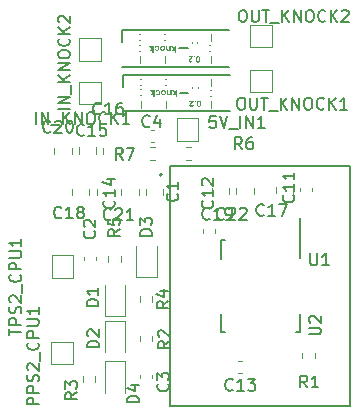
<source format=gto>
G75*
G70*
%OFA0B0*%
%FSLAX25Y25*%
%IPPOS*%
%LPD*%
%AMOC8*
5,1,8,0,0,1.08239X$1,22.5*
%
%ADD23C,0.00591*%
%ADD24C,0.00472*%
%ADD25C,0.00500*%
%ADD26C,0.00787*%
%ADD27C,0.00394*%
X0000000Y0000000D02*
%LPD*%
G01*
D23*
X0101864Y0006320D02*
X0100551Y0008194D01*
X0099614Y0006320D02*
X0099614Y0010257D01*
X0099614Y0010257D02*
X0101114Y0010257D01*
X0101114Y0010257D02*
X0101489Y0010069D01*
X0101489Y0010069D02*
X0101676Y0009882D01*
X0101676Y0009882D02*
X0101864Y0009507D01*
X0101864Y0009507D02*
X0101864Y0008944D01*
X0101864Y0008944D02*
X0101676Y0008569D01*
X0101676Y0008569D02*
X0101489Y0008382D01*
X0101489Y0008382D02*
X0101114Y0008194D01*
X0101114Y0008194D02*
X0099614Y0008194D01*
X0105613Y0006320D02*
X0103363Y0006320D01*
X0104488Y0006320D02*
X0104488Y0010257D01*
X0104488Y0010257D02*
X0104113Y0009694D01*
X0104113Y0009694D02*
X0103738Y0009319D01*
X0103738Y0009319D02*
X0103363Y0009132D01*
X0022791Y0099163D02*
X0018854Y0099163D01*
X0022791Y0101038D02*
X0018854Y0101038D01*
X0018854Y0101038D02*
X0022791Y0103288D01*
X0022791Y0103288D02*
X0018854Y0103288D01*
X0023166Y0104225D02*
X0023166Y0107225D01*
X0022791Y0108162D02*
X0018854Y0108162D01*
X0022791Y0110412D02*
X0020541Y0108724D01*
X0018854Y0110412D02*
X0021103Y0108162D01*
X0022791Y0112099D02*
X0018854Y0112099D01*
X0018854Y0112099D02*
X0022791Y0114349D01*
X0022791Y0114349D02*
X0018854Y0114349D01*
X0018854Y0116973D02*
X0018854Y0117723D01*
X0018854Y0117723D02*
X0019041Y0118098D01*
X0019041Y0118098D02*
X0019416Y0118473D01*
X0019416Y0118473D02*
X0020166Y0118661D01*
X0020166Y0118661D02*
X0021478Y0118661D01*
X0021478Y0118661D02*
X0022228Y0118473D01*
X0022228Y0118473D02*
X0022603Y0118098D01*
X0022603Y0118098D02*
X0022791Y0117723D01*
X0022791Y0117723D02*
X0022791Y0116973D01*
X0022791Y0116973D02*
X0022603Y0116598D01*
X0022603Y0116598D02*
X0022228Y0116223D01*
X0022228Y0116223D02*
X0021478Y0116036D01*
X0021478Y0116036D02*
X0020166Y0116036D01*
X0020166Y0116036D02*
X0019416Y0116223D01*
X0019416Y0116223D02*
X0019041Y0116598D01*
X0019041Y0116598D02*
X0018854Y0116973D01*
X0022416Y0122598D02*
X0022603Y0122410D01*
X0022603Y0122410D02*
X0022791Y0121848D01*
X0022791Y0121848D02*
X0022791Y0121473D01*
X0022791Y0121473D02*
X0022603Y0120910D01*
X0022603Y0120910D02*
X0022228Y0120535D01*
X0022228Y0120535D02*
X0021853Y0120348D01*
X0021853Y0120348D02*
X0021103Y0120160D01*
X0021103Y0120160D02*
X0020541Y0120160D01*
X0020541Y0120160D02*
X0019791Y0120348D01*
X0019791Y0120348D02*
X0019416Y0120535D01*
X0019416Y0120535D02*
X0019041Y0120910D01*
X0019041Y0120910D02*
X0018854Y0121473D01*
X0018854Y0121473D02*
X0018854Y0121848D01*
X0018854Y0121848D02*
X0019041Y0122410D01*
X0019041Y0122410D02*
X0019229Y0122598D01*
X0022791Y0124285D02*
X0018854Y0124285D01*
X0022791Y0126535D02*
X0020541Y0124847D01*
X0018854Y0126535D02*
X0021103Y0124285D01*
X0019229Y0128034D02*
X0019041Y0128222D01*
X0019041Y0128222D02*
X0018854Y0128597D01*
X0018854Y0128597D02*
X0018854Y0129534D01*
X0018854Y0129534D02*
X0019041Y0129909D01*
X0019041Y0129909D02*
X0019229Y0130097D01*
X0019229Y0130097D02*
X0019604Y0130284D01*
X0019604Y0130284D02*
X0019978Y0130284D01*
X0019978Y0130284D02*
X0020541Y0130097D01*
X0020541Y0130097D02*
X0022791Y0127847D01*
X0022791Y0127847D02*
X0022791Y0130284D01*
X0016288Y0091675D02*
X0016100Y0091487D01*
X0016100Y0091487D02*
X0015538Y0091300D01*
X0015538Y0091300D02*
X0015163Y0091300D01*
X0015163Y0091300D02*
X0014601Y0091487D01*
X0014601Y0091487D02*
X0014226Y0091862D01*
X0014226Y0091862D02*
X0014038Y0092237D01*
X0014038Y0092237D02*
X0013851Y0092987D01*
X0013851Y0092987D02*
X0013851Y0093550D01*
X0013851Y0093550D02*
X0014038Y0094300D01*
X0014038Y0094300D02*
X0014226Y0094675D01*
X0014226Y0094675D02*
X0014601Y0095049D01*
X0014601Y0095049D02*
X0015163Y0095237D01*
X0015163Y0095237D02*
X0015538Y0095237D01*
X0015538Y0095237D02*
X0016100Y0095049D01*
X0016100Y0095049D02*
X0016288Y0094862D01*
X0017788Y0094862D02*
X0017975Y0095049D01*
X0017975Y0095049D02*
X0018350Y0095237D01*
X0018350Y0095237D02*
X0019288Y0095237D01*
X0019288Y0095237D02*
X0019663Y0095049D01*
X0019663Y0095049D02*
X0019850Y0094862D01*
X0019850Y0094862D02*
X0020037Y0094487D01*
X0020037Y0094487D02*
X0020037Y0094112D01*
X0020037Y0094112D02*
X0019850Y0093550D01*
X0019850Y0093550D02*
X0017600Y0091300D01*
X0017600Y0091300D02*
X0020037Y0091300D01*
X0022475Y0095237D02*
X0022850Y0095237D01*
X0022850Y0095237D02*
X0023225Y0095049D01*
X0023225Y0095049D02*
X0023412Y0094862D01*
X0023412Y0094862D02*
X0023600Y0094487D01*
X0023600Y0094487D02*
X0023787Y0093737D01*
X0023787Y0093737D02*
X0023787Y0092800D01*
X0023787Y0092800D02*
X0023600Y0092050D01*
X0023600Y0092050D02*
X0023412Y0091675D01*
X0023412Y0091675D02*
X0023225Y0091487D01*
X0023225Y0091487D02*
X0022850Y0091300D01*
X0022850Y0091300D02*
X0022475Y0091300D01*
X0022475Y0091300D02*
X0022100Y0091487D01*
X0022100Y0091487D02*
X0021912Y0091675D01*
X0021912Y0091675D02*
X0021725Y0092050D01*
X0021725Y0092050D02*
X0021537Y0092800D01*
X0021537Y0092800D02*
X0021537Y0093737D01*
X0021537Y0093737D02*
X0021725Y0094487D01*
X0021725Y0094487D02*
X0021912Y0094862D01*
X0021912Y0094862D02*
X0022100Y0095049D01*
X0022100Y0095049D02*
X0022475Y0095237D01*
X0019910Y0063073D02*
X0019723Y0062885D01*
X0019723Y0062885D02*
X0019160Y0062698D01*
X0019160Y0062698D02*
X0018785Y0062698D01*
X0018785Y0062698D02*
X0018223Y0062885D01*
X0018223Y0062885D02*
X0017848Y0063260D01*
X0017848Y0063260D02*
X0017660Y0063635D01*
X0017660Y0063635D02*
X0017473Y0064385D01*
X0017473Y0064385D02*
X0017473Y0064947D01*
X0017473Y0064947D02*
X0017660Y0065697D01*
X0017660Y0065697D02*
X0017848Y0066072D01*
X0017848Y0066072D02*
X0018223Y0066447D01*
X0018223Y0066447D02*
X0018785Y0066635D01*
X0018785Y0066635D02*
X0019160Y0066635D01*
X0019160Y0066635D02*
X0019723Y0066447D01*
X0019723Y0066447D02*
X0019910Y0066260D01*
X0023660Y0062698D02*
X0021410Y0062698D01*
X0022535Y0062698D02*
X0022535Y0066635D01*
X0022535Y0066635D02*
X0022160Y0066072D01*
X0022160Y0066072D02*
X0021785Y0065697D01*
X0021785Y0065697D02*
X0021410Y0065510D01*
X0025909Y0064947D02*
X0025534Y0065135D01*
X0025534Y0065135D02*
X0025347Y0065322D01*
X0025347Y0065322D02*
X0025159Y0065697D01*
X0025159Y0065697D02*
X0025159Y0065885D01*
X0025159Y0065885D02*
X0025347Y0066260D01*
X0025347Y0066260D02*
X0025534Y0066447D01*
X0025534Y0066447D02*
X0025909Y0066635D01*
X0025909Y0066635D02*
X0026659Y0066635D01*
X0026659Y0066635D02*
X0027034Y0066447D01*
X0027034Y0066447D02*
X0027222Y0066260D01*
X0027222Y0066260D02*
X0027409Y0065885D01*
X0027409Y0065885D02*
X0027409Y0065697D01*
X0027409Y0065697D02*
X0027222Y0065322D01*
X0027222Y0065322D02*
X0027034Y0065135D01*
X0027034Y0065135D02*
X0026659Y0064947D01*
X0026659Y0064947D02*
X0025909Y0064947D01*
X0025909Y0064947D02*
X0025534Y0064760D01*
X0025534Y0064760D02*
X0025347Y0064572D01*
X0025347Y0064572D02*
X0025159Y0064197D01*
X0025159Y0064197D02*
X0025159Y0063447D01*
X0025159Y0063447D02*
X0025347Y0063073D01*
X0025347Y0063073D02*
X0025534Y0062885D01*
X0025534Y0062885D02*
X0025909Y0062698D01*
X0025909Y0062698D02*
X0026659Y0062698D01*
X0026659Y0062698D02*
X0027034Y0062885D01*
X0027034Y0062885D02*
X0027222Y0063073D01*
X0027222Y0063073D02*
X0027409Y0063447D01*
X0027409Y0063447D02*
X0027409Y0064197D01*
X0027409Y0064197D02*
X0027222Y0064572D01*
X0027222Y0064572D02*
X0027034Y0064760D01*
X0027034Y0064760D02*
X0026659Y0064947D01*
X0033020Y0097699D02*
X0032833Y0097511D01*
X0032833Y0097511D02*
X0032270Y0097324D01*
X0032270Y0097324D02*
X0031895Y0097324D01*
X0031895Y0097324D02*
X0031333Y0097511D01*
X0031333Y0097511D02*
X0030958Y0097886D01*
X0030958Y0097886D02*
X0030771Y0098261D01*
X0030771Y0098261D02*
X0030583Y0099011D01*
X0030583Y0099011D02*
X0030583Y0099573D01*
X0030583Y0099573D02*
X0030771Y0100323D01*
X0030771Y0100323D02*
X0030958Y0100698D01*
X0030958Y0100698D02*
X0031333Y0101073D01*
X0031333Y0101073D02*
X0031895Y0101261D01*
X0031895Y0101261D02*
X0032270Y0101261D01*
X0032270Y0101261D02*
X0032833Y0101073D01*
X0032833Y0101073D02*
X0033020Y0100886D01*
X0036770Y0097324D02*
X0034520Y0097324D01*
X0035645Y0097324D02*
X0035645Y0101261D01*
X0035645Y0101261D02*
X0035270Y0100698D01*
X0035270Y0100698D02*
X0034895Y0100323D01*
X0034895Y0100323D02*
X0034520Y0100136D01*
X0040144Y0101261D02*
X0039394Y0101261D01*
X0039394Y0101261D02*
X0039019Y0101073D01*
X0039019Y0101073D02*
X0038832Y0100886D01*
X0038832Y0100886D02*
X0038457Y0100323D01*
X0038457Y0100323D02*
X0038270Y0099573D01*
X0038270Y0099573D02*
X0038270Y0098073D01*
X0038270Y0098073D02*
X0038457Y0097699D01*
X0038457Y0097699D02*
X0038645Y0097511D01*
X0038645Y0097511D02*
X0039019Y0097324D01*
X0039019Y0097324D02*
X0039769Y0097324D01*
X0039769Y0097324D02*
X0040144Y0097511D01*
X0040144Y0097511D02*
X0040332Y0097699D01*
X0040332Y0097699D02*
X0040519Y0098073D01*
X0040519Y0098073D02*
X0040519Y0099011D01*
X0040519Y0099011D02*
X0040332Y0099386D01*
X0040332Y0099386D02*
X0040144Y0099573D01*
X0040144Y0099573D02*
X0039769Y0099761D01*
X0039769Y0099761D02*
X0039019Y0099761D01*
X0039019Y0099761D02*
X0038645Y0099573D01*
X0038645Y0099573D02*
X0038457Y0099386D01*
X0038457Y0099386D02*
X0038270Y0099011D01*
X0080092Y0085729D02*
X0078780Y0087604D01*
X0077842Y0085729D02*
X0077842Y0089666D01*
X0077842Y0089666D02*
X0079342Y0089666D01*
X0079342Y0089666D02*
X0079717Y0089479D01*
X0079717Y0089479D02*
X0079904Y0089291D01*
X0079904Y0089291D02*
X0080092Y0088916D01*
X0080092Y0088916D02*
X0080092Y0088354D01*
X0080092Y0088354D02*
X0079904Y0087979D01*
X0079904Y0087979D02*
X0079717Y0087791D01*
X0079717Y0087791D02*
X0079342Y0087604D01*
X0079342Y0087604D02*
X0077842Y0087604D01*
X0083466Y0089666D02*
X0082717Y0089666D01*
X0082717Y0089666D02*
X0082342Y0089479D01*
X0082342Y0089479D02*
X0082154Y0089291D01*
X0082154Y0089291D02*
X0081779Y0088729D01*
X0081779Y0088729D02*
X0081592Y0087979D01*
X0081592Y0087979D02*
X0081592Y0086479D01*
X0081592Y0086479D02*
X0081779Y0086104D01*
X0081779Y0086104D02*
X0081967Y0085917D01*
X0081967Y0085917D02*
X0082342Y0085729D01*
X0082342Y0085729D02*
X0083091Y0085729D01*
X0083091Y0085729D02*
X0083466Y0085917D01*
X0083466Y0085917D02*
X0083654Y0086104D01*
X0083654Y0086104D02*
X0083841Y0086479D01*
X0083841Y0086479D02*
X0083841Y0087416D01*
X0083841Y0087416D02*
X0083654Y0087791D01*
X0083654Y0087791D02*
X0083466Y0087979D01*
X0083466Y0087979D02*
X0083091Y0088166D01*
X0083091Y0088166D02*
X0082342Y0088166D01*
X0082342Y0088166D02*
X0081967Y0087979D01*
X0081967Y0087979D02*
X0081779Y0087791D01*
X0081779Y0087791D02*
X0081592Y0087416D01*
X0040344Y0082284D02*
X0039031Y0084159D01*
X0038094Y0082284D02*
X0038094Y0086221D01*
X0038094Y0086221D02*
X0039594Y0086221D01*
X0039594Y0086221D02*
X0039969Y0086034D01*
X0039969Y0086034D02*
X0040156Y0085846D01*
X0040156Y0085846D02*
X0040344Y0085471D01*
X0040344Y0085471D02*
X0040344Y0084909D01*
X0040344Y0084909D02*
X0040156Y0084534D01*
X0040156Y0084534D02*
X0039969Y0084346D01*
X0039969Y0084346D02*
X0039594Y0084159D01*
X0039594Y0084159D02*
X0038094Y0084159D01*
X0041656Y0086221D02*
X0044281Y0086221D01*
X0044281Y0086221D02*
X0042594Y0082284D01*
X0055590Y0035131D02*
X0053715Y0033819D01*
X0055590Y0032882D02*
X0051653Y0032882D01*
X0051653Y0032882D02*
X0051653Y0034381D01*
X0051653Y0034381D02*
X0051840Y0034756D01*
X0051840Y0034756D02*
X0052028Y0034944D01*
X0052028Y0034944D02*
X0052403Y0035131D01*
X0052403Y0035131D02*
X0052965Y0035131D01*
X0052965Y0035131D02*
X0053340Y0034944D01*
X0053340Y0034944D02*
X0053528Y0034756D01*
X0053528Y0034756D02*
X0053715Y0034381D01*
X0053715Y0034381D02*
X0053715Y0032882D01*
X0052965Y0038506D02*
X0055590Y0038506D01*
X0051465Y0037568D02*
X0054278Y0036631D01*
X0054278Y0036631D02*
X0054278Y0039068D01*
X0074182Y0062600D02*
X0073994Y0062413D01*
X0073994Y0062413D02*
X0073432Y0062225D01*
X0073432Y0062225D02*
X0073057Y0062225D01*
X0073057Y0062225D02*
X0072494Y0062413D01*
X0072494Y0062413D02*
X0072119Y0062788D01*
X0072119Y0062788D02*
X0071932Y0063163D01*
X0071932Y0063163D02*
X0071744Y0063912D01*
X0071744Y0063912D02*
X0071744Y0064475D01*
X0071744Y0064475D02*
X0071932Y0065225D01*
X0071932Y0065225D02*
X0072119Y0065600D01*
X0072119Y0065600D02*
X0072494Y0065975D01*
X0072494Y0065975D02*
X0073057Y0066162D01*
X0073057Y0066162D02*
X0073432Y0066162D01*
X0073432Y0066162D02*
X0073994Y0065975D01*
X0073994Y0065975D02*
X0074182Y0065787D01*
X0075681Y0065787D02*
X0075869Y0065975D01*
X0075869Y0065975D02*
X0076244Y0066162D01*
X0076244Y0066162D02*
X0077181Y0066162D01*
X0077181Y0066162D02*
X0077556Y0065975D01*
X0077556Y0065975D02*
X0077744Y0065787D01*
X0077744Y0065787D02*
X0077931Y0065412D01*
X0077931Y0065412D02*
X0077931Y0065037D01*
X0077931Y0065037D02*
X0077744Y0064475D01*
X0077744Y0064475D02*
X0075494Y0062225D01*
X0075494Y0062225D02*
X0077931Y0062225D01*
X0079431Y0065787D02*
X0079618Y0065975D01*
X0079618Y0065975D02*
X0079993Y0066162D01*
X0079993Y0066162D02*
X0080931Y0066162D01*
X0080931Y0066162D02*
X0081306Y0065975D01*
X0081306Y0065975D02*
X0081493Y0065787D01*
X0081493Y0065787D02*
X0081681Y0065412D01*
X0081681Y0065412D02*
X0081681Y0065037D01*
X0081681Y0065037D02*
X0081493Y0064475D01*
X0081493Y0064475D02*
X0079244Y0062225D01*
X0079244Y0062225D02*
X0081681Y0062225D01*
X0011502Y0094076D02*
X0011502Y0098013D01*
X0013376Y0094076D02*
X0013376Y0098013D01*
X0013376Y0098013D02*
X0015626Y0094076D01*
X0015626Y0094076D02*
X0015626Y0098013D01*
X0016564Y0093701D02*
X0019563Y0093701D01*
X0020501Y0094076D02*
X0020501Y0098013D01*
X0022750Y0094076D02*
X0021063Y0096325D01*
X0022750Y0098013D02*
X0020501Y0095763D01*
X0024438Y0094076D02*
X0024438Y0098013D01*
X0024438Y0098013D02*
X0026687Y0094076D01*
X0026687Y0094076D02*
X0026687Y0098013D01*
X0029312Y0098013D02*
X0030062Y0098013D01*
X0030062Y0098013D02*
X0030437Y0097825D01*
X0030437Y0097825D02*
X0030812Y0097450D01*
X0030812Y0097450D02*
X0030999Y0096700D01*
X0030999Y0096700D02*
X0030999Y0095388D01*
X0030999Y0095388D02*
X0030812Y0094638D01*
X0030812Y0094638D02*
X0030437Y0094263D01*
X0030437Y0094263D02*
X0030062Y0094076D01*
X0030062Y0094076D02*
X0029312Y0094076D01*
X0029312Y0094076D02*
X0028937Y0094263D01*
X0028937Y0094263D02*
X0028562Y0094638D01*
X0028562Y0094638D02*
X0028375Y0095388D01*
X0028375Y0095388D02*
X0028375Y0096700D01*
X0028375Y0096700D02*
X0028562Y0097450D01*
X0028562Y0097450D02*
X0028937Y0097825D01*
X0028937Y0097825D02*
X0029312Y0098013D01*
X0034936Y0094450D02*
X0034749Y0094263D01*
X0034749Y0094263D02*
X0034186Y0094076D01*
X0034186Y0094076D02*
X0033811Y0094076D01*
X0033811Y0094076D02*
X0033249Y0094263D01*
X0033249Y0094263D02*
X0032874Y0094638D01*
X0032874Y0094638D02*
X0032687Y0095013D01*
X0032687Y0095013D02*
X0032499Y0095763D01*
X0032499Y0095763D02*
X0032499Y0096325D01*
X0032499Y0096325D02*
X0032687Y0097075D01*
X0032687Y0097075D02*
X0032874Y0097450D01*
X0032874Y0097450D02*
X0033249Y0097825D01*
X0033249Y0097825D02*
X0033811Y0098013D01*
X0033811Y0098013D02*
X0034186Y0098013D01*
X0034186Y0098013D02*
X0034749Y0097825D01*
X0034749Y0097825D02*
X0034936Y0097638D01*
X0036624Y0094076D02*
X0036624Y0098013D01*
X0038873Y0094076D02*
X0037186Y0096325D01*
X0038873Y0098013D02*
X0036624Y0095763D01*
X0042623Y0094076D02*
X0040373Y0094076D01*
X0041498Y0094076D02*
X0041498Y0098013D01*
X0041498Y0098013D02*
X0041123Y0097450D01*
X0041123Y0097450D02*
X0040748Y0097075D01*
X0040748Y0097075D02*
X0040373Y0096888D01*
X0050078Y0056937D02*
X0046141Y0056937D01*
X0046141Y0056937D02*
X0046141Y0057874D01*
X0046141Y0057874D02*
X0046328Y0058436D01*
X0046328Y0058436D02*
X0046703Y0058811D01*
X0046703Y0058811D02*
X0047078Y0058999D01*
X0047078Y0058999D02*
X0047828Y0059186D01*
X0047828Y0059186D02*
X0048391Y0059186D01*
X0048391Y0059186D02*
X0049141Y0058999D01*
X0049141Y0058999D02*
X0049516Y0058811D01*
X0049516Y0058811D02*
X0049891Y0058436D01*
X0049891Y0058436D02*
X0050078Y0057874D01*
X0050078Y0057874D02*
X0050078Y0056937D01*
X0046141Y0060499D02*
X0046141Y0062936D01*
X0046141Y0062936D02*
X0047641Y0061624D01*
X0047641Y0061624D02*
X0047641Y0062186D01*
X0047641Y0062186D02*
X0047828Y0062561D01*
X0047828Y0062561D02*
X0048016Y0062748D01*
X0048016Y0062748D02*
X0048391Y0062936D01*
X0048391Y0062936D02*
X0049328Y0062936D01*
X0049328Y0062936D02*
X0049703Y0062748D01*
X0049703Y0062748D02*
X0049891Y0062561D01*
X0049891Y0062561D02*
X0050078Y0062186D01*
X0050078Y0062186D02*
X0050078Y0061061D01*
X0050078Y0061061D02*
X0049891Y0060686D01*
X0049891Y0060686D02*
X0049703Y0060499D01*
X0032519Y0019653D02*
X0028582Y0019653D01*
X0028582Y0019653D02*
X0028582Y0020591D01*
X0028582Y0020591D02*
X0028769Y0021153D01*
X0028769Y0021153D02*
X0029144Y0021528D01*
X0029144Y0021528D02*
X0029519Y0021715D01*
X0029519Y0021715D02*
X0030269Y0021903D01*
X0030269Y0021903D02*
X0030832Y0021903D01*
X0030832Y0021903D02*
X0031582Y0021715D01*
X0031582Y0021715D02*
X0031957Y0021528D01*
X0031957Y0021528D02*
X0032331Y0021153D01*
X0032331Y0021153D02*
X0032519Y0020591D01*
X0032519Y0020591D02*
X0032519Y0019653D01*
X0028957Y0023403D02*
X0028769Y0023590D01*
X0028769Y0023590D02*
X0028582Y0023965D01*
X0028582Y0023965D02*
X0028582Y0024903D01*
X0028582Y0024903D02*
X0028769Y0025277D01*
X0028769Y0025277D02*
X0028957Y0025465D01*
X0028957Y0025465D02*
X0029332Y0025652D01*
X0029332Y0025652D02*
X0029707Y0025652D01*
X0029707Y0025652D02*
X0030269Y0025465D01*
X0030269Y0025465D02*
X0032519Y0023215D01*
X0032519Y0023215D02*
X0032519Y0025652D01*
X0077016Y0005612D02*
X0076829Y0005424D01*
X0076829Y0005424D02*
X0076266Y0005237D01*
X0076266Y0005237D02*
X0075891Y0005237D01*
X0075891Y0005237D02*
X0075329Y0005424D01*
X0075329Y0005424D02*
X0074954Y0005799D01*
X0074954Y0005799D02*
X0074767Y0006174D01*
X0074767Y0006174D02*
X0074579Y0006924D01*
X0074579Y0006924D02*
X0074579Y0007487D01*
X0074579Y0007487D02*
X0074767Y0008237D01*
X0074767Y0008237D02*
X0074954Y0008612D01*
X0074954Y0008612D02*
X0075329Y0008986D01*
X0075329Y0008986D02*
X0075891Y0009174D01*
X0075891Y0009174D02*
X0076266Y0009174D01*
X0076266Y0009174D02*
X0076829Y0008986D01*
X0076829Y0008986D02*
X0077016Y0008799D01*
X0080766Y0005237D02*
X0078516Y0005237D01*
X0079641Y0005237D02*
X0079641Y0009174D01*
X0079641Y0009174D02*
X0079266Y0008612D01*
X0079266Y0008612D02*
X0078891Y0008237D01*
X0078891Y0008237D02*
X0078516Y0008049D01*
X0082078Y0009174D02*
X0084515Y0009174D01*
X0084515Y0009174D02*
X0083203Y0007674D01*
X0083203Y0007674D02*
X0083765Y0007674D01*
X0083765Y0007674D02*
X0084140Y0007487D01*
X0084140Y0007487D02*
X0084328Y0007299D01*
X0084328Y0007299D02*
X0084515Y0006924D01*
X0084515Y0006924D02*
X0084515Y0005987D01*
X0084515Y0005987D02*
X0084328Y0005612D01*
X0084328Y0005612D02*
X0084140Y0005424D01*
X0084140Y0005424D02*
X0083765Y0005237D01*
X0083765Y0005237D02*
X0082641Y0005237D01*
X0082641Y0005237D02*
X0082266Y0005424D01*
X0082266Y0005424D02*
X0082078Y0005612D01*
X0079509Y0102894D02*
X0080259Y0102894D01*
X0080259Y0102894D02*
X0080634Y0102707D01*
X0080634Y0102707D02*
X0081009Y0102332D01*
X0081009Y0102332D02*
X0081196Y0101582D01*
X0081196Y0101582D02*
X0081196Y0100270D01*
X0081196Y0100270D02*
X0081009Y0099520D01*
X0081009Y0099520D02*
X0080634Y0099145D01*
X0080634Y0099145D02*
X0080259Y0098957D01*
X0080259Y0098957D02*
X0079509Y0098957D01*
X0079509Y0098957D02*
X0079134Y0099145D01*
X0079134Y0099145D02*
X0078759Y0099520D01*
X0078759Y0099520D02*
X0078571Y0100270D01*
X0078571Y0100270D02*
X0078571Y0101582D01*
X0078571Y0101582D02*
X0078759Y0102332D01*
X0078759Y0102332D02*
X0079134Y0102707D01*
X0079134Y0102707D02*
X0079509Y0102894D01*
X0082883Y0102894D02*
X0082883Y0099707D01*
X0082883Y0099707D02*
X0083071Y0099332D01*
X0083071Y0099332D02*
X0083258Y0099145D01*
X0083258Y0099145D02*
X0083633Y0098957D01*
X0083633Y0098957D02*
X0084383Y0098957D01*
X0084383Y0098957D02*
X0084758Y0099145D01*
X0084758Y0099145D02*
X0084946Y0099332D01*
X0084946Y0099332D02*
X0085133Y0099707D01*
X0085133Y0099707D02*
X0085133Y0102894D01*
X0086445Y0102894D02*
X0088695Y0102894D01*
X0087570Y0098957D02*
X0087570Y0102894D01*
X0089070Y0098582D02*
X0092070Y0098582D01*
X0093007Y0098957D02*
X0093007Y0102894D01*
X0095257Y0098957D02*
X0093570Y0101207D01*
X0095257Y0102894D02*
X0093007Y0100645D01*
X0096944Y0098957D02*
X0096944Y0102894D01*
X0096944Y0102894D02*
X0099194Y0098957D01*
X0099194Y0098957D02*
X0099194Y0102894D01*
X0101819Y0102894D02*
X0102568Y0102894D01*
X0102568Y0102894D02*
X0102943Y0102707D01*
X0102943Y0102707D02*
X0103318Y0102332D01*
X0103318Y0102332D02*
X0103506Y0101582D01*
X0103506Y0101582D02*
X0103506Y0100270D01*
X0103506Y0100270D02*
X0103318Y0099520D01*
X0103318Y0099520D02*
X0102943Y0099145D01*
X0102943Y0099145D02*
X0102568Y0098957D01*
X0102568Y0098957D02*
X0101819Y0098957D01*
X0101819Y0098957D02*
X0101444Y0099145D01*
X0101444Y0099145D02*
X0101069Y0099520D01*
X0101069Y0099520D02*
X0100881Y0100270D01*
X0100881Y0100270D02*
X0100881Y0101582D01*
X0100881Y0101582D02*
X0101069Y0102332D01*
X0101069Y0102332D02*
X0101444Y0102707D01*
X0101444Y0102707D02*
X0101819Y0102894D01*
X0107443Y0099332D02*
X0107255Y0099145D01*
X0107255Y0099145D02*
X0106693Y0098957D01*
X0106693Y0098957D02*
X0106318Y0098957D01*
X0106318Y0098957D02*
X0105756Y0099145D01*
X0105756Y0099145D02*
X0105381Y0099520D01*
X0105381Y0099520D02*
X0105193Y0099895D01*
X0105193Y0099895D02*
X0105006Y0100645D01*
X0105006Y0100645D02*
X0105006Y0101207D01*
X0105006Y0101207D02*
X0105193Y0101957D01*
X0105193Y0101957D02*
X0105381Y0102332D01*
X0105381Y0102332D02*
X0105756Y0102707D01*
X0105756Y0102707D02*
X0106318Y0102894D01*
X0106318Y0102894D02*
X0106693Y0102894D01*
X0106693Y0102894D02*
X0107255Y0102707D01*
X0107255Y0102707D02*
X0107443Y0102519D01*
X0109130Y0098957D02*
X0109130Y0102894D01*
X0111380Y0098957D02*
X0109693Y0101207D01*
X0111380Y0102894D02*
X0109130Y0100645D01*
X0115129Y0098957D02*
X0112880Y0098957D01*
X0114005Y0098957D02*
X0114005Y0102894D01*
X0114005Y0102894D02*
X0113630Y0102332D01*
X0113630Y0102332D02*
X0113255Y0101957D01*
X0113255Y0101957D02*
X0112880Y0101770D01*
X0030924Y0058438D02*
X0031111Y0058251D01*
X0031111Y0058251D02*
X0031298Y0057688D01*
X0031298Y0057688D02*
X0031298Y0057313D01*
X0031298Y0057313D02*
X0031111Y0056751D01*
X0031111Y0056751D02*
X0030736Y0056376D01*
X0030736Y0056376D02*
X0030361Y0056189D01*
X0030361Y0056189D02*
X0029611Y0056001D01*
X0029611Y0056001D02*
X0029049Y0056001D01*
X0029049Y0056001D02*
X0028299Y0056189D01*
X0028299Y0056189D02*
X0027924Y0056376D01*
X0027924Y0056376D02*
X0027549Y0056751D01*
X0027549Y0056751D02*
X0027361Y0057313D01*
X0027361Y0057313D02*
X0027361Y0057688D01*
X0027361Y0057688D02*
X0027549Y0058251D01*
X0027549Y0058251D02*
X0027736Y0058438D01*
X0027736Y0059938D02*
X0027549Y0060126D01*
X0027549Y0060126D02*
X0027361Y0060501D01*
X0027361Y0060501D02*
X0027361Y0061438D01*
X0027361Y0061438D02*
X0027549Y0061813D01*
X0027549Y0061813D02*
X0027736Y0062000D01*
X0027736Y0062000D02*
X0028111Y0062188D01*
X0028111Y0062188D02*
X0028486Y0062188D01*
X0028486Y0062188D02*
X0029049Y0062000D01*
X0029049Y0062000D02*
X0031298Y0059751D01*
X0031298Y0059751D02*
X0031298Y0062188D01*
X0080021Y0132068D02*
X0080771Y0132068D01*
X0080771Y0132068D02*
X0081145Y0131880D01*
X0081145Y0131880D02*
X0081520Y0131505D01*
X0081520Y0131505D02*
X0081708Y0130755D01*
X0081708Y0130755D02*
X0081708Y0129443D01*
X0081708Y0129443D02*
X0081520Y0128693D01*
X0081520Y0128693D02*
X0081145Y0128318D01*
X0081145Y0128318D02*
X0080771Y0128131D01*
X0080771Y0128131D02*
X0080021Y0128131D01*
X0080021Y0128131D02*
X0079646Y0128318D01*
X0079646Y0128318D02*
X0079271Y0128693D01*
X0079271Y0128693D02*
X0079083Y0129443D01*
X0079083Y0129443D02*
X0079083Y0130755D01*
X0079083Y0130755D02*
X0079271Y0131505D01*
X0079271Y0131505D02*
X0079646Y0131880D01*
X0079646Y0131880D02*
X0080021Y0132068D01*
X0083395Y0132068D02*
X0083395Y0128881D01*
X0083395Y0128881D02*
X0083583Y0128506D01*
X0083583Y0128506D02*
X0083770Y0128318D01*
X0083770Y0128318D02*
X0084145Y0128131D01*
X0084145Y0128131D02*
X0084895Y0128131D01*
X0084895Y0128131D02*
X0085270Y0128318D01*
X0085270Y0128318D02*
X0085457Y0128506D01*
X0085457Y0128506D02*
X0085645Y0128881D01*
X0085645Y0128881D02*
X0085645Y0132068D01*
X0086957Y0132068D02*
X0089207Y0132068D01*
X0088082Y0128131D02*
X0088082Y0132068D01*
X0089582Y0127756D02*
X0092582Y0127756D01*
X0093519Y0128131D02*
X0093519Y0132068D01*
X0095769Y0128131D02*
X0094081Y0130380D01*
X0095769Y0132068D02*
X0093519Y0129818D01*
X0097456Y0128131D02*
X0097456Y0132068D01*
X0097456Y0132068D02*
X0099706Y0128131D01*
X0099706Y0128131D02*
X0099706Y0132068D01*
X0102330Y0132068D02*
X0103080Y0132068D01*
X0103080Y0132068D02*
X0103455Y0131880D01*
X0103455Y0131880D02*
X0103830Y0131505D01*
X0103830Y0131505D02*
X0104018Y0130755D01*
X0104018Y0130755D02*
X0104018Y0129443D01*
X0104018Y0129443D02*
X0103830Y0128693D01*
X0103830Y0128693D02*
X0103455Y0128318D01*
X0103455Y0128318D02*
X0103080Y0128131D01*
X0103080Y0128131D02*
X0102330Y0128131D01*
X0102330Y0128131D02*
X0101955Y0128318D01*
X0101955Y0128318D02*
X0101580Y0128693D01*
X0101580Y0128693D02*
X0101393Y0129443D01*
X0101393Y0129443D02*
X0101393Y0130755D01*
X0101393Y0130755D02*
X0101580Y0131505D01*
X0101580Y0131505D02*
X0101955Y0131880D01*
X0101955Y0131880D02*
X0102330Y0132068D01*
X0107955Y0128506D02*
X0107767Y0128318D01*
X0107767Y0128318D02*
X0107205Y0128131D01*
X0107205Y0128131D02*
X0106830Y0128131D01*
X0106830Y0128131D02*
X0106267Y0128318D01*
X0106267Y0128318D02*
X0105892Y0128693D01*
X0105892Y0128693D02*
X0105705Y0129068D01*
X0105705Y0129068D02*
X0105517Y0129818D01*
X0105517Y0129818D02*
X0105517Y0130380D01*
X0105517Y0130380D02*
X0105705Y0131130D01*
X0105705Y0131130D02*
X0105892Y0131505D01*
X0105892Y0131505D02*
X0106267Y0131880D01*
X0106267Y0131880D02*
X0106830Y0132068D01*
X0106830Y0132068D02*
X0107205Y0132068D01*
X0107205Y0132068D02*
X0107767Y0131880D01*
X0107767Y0131880D02*
X0107955Y0131693D01*
X0109642Y0128131D02*
X0109642Y0132068D01*
X0111892Y0128131D02*
X0110204Y0130380D01*
X0111892Y0132068D02*
X0109642Y0129818D01*
X0113391Y0131693D02*
X0113579Y0131880D01*
X0113579Y0131880D02*
X0113954Y0132068D01*
X0113954Y0132068D02*
X0114891Y0132068D01*
X0114891Y0132068D02*
X0115266Y0131880D01*
X0115266Y0131880D02*
X0115454Y0131693D01*
X0115454Y0131693D02*
X0115641Y0131318D01*
X0115641Y0131318D02*
X0115641Y0130943D01*
X0115641Y0130943D02*
X0115454Y0130380D01*
X0115454Y0130380D02*
X0113204Y0128131D01*
X0113204Y0128131D02*
X0115641Y0128131D01*
X0027430Y0090592D02*
X0027242Y0090405D01*
X0027242Y0090405D02*
X0026680Y0090217D01*
X0026680Y0090217D02*
X0026305Y0090217D01*
X0026305Y0090217D02*
X0025742Y0090405D01*
X0025742Y0090405D02*
X0025367Y0090780D01*
X0025367Y0090780D02*
X0025180Y0091155D01*
X0025180Y0091155D02*
X0024992Y0091905D01*
X0024992Y0091905D02*
X0024992Y0092467D01*
X0024992Y0092467D02*
X0025180Y0093217D01*
X0025180Y0093217D02*
X0025367Y0093592D01*
X0025367Y0093592D02*
X0025742Y0093967D01*
X0025742Y0093967D02*
X0026305Y0094154D01*
X0026305Y0094154D02*
X0026680Y0094154D01*
X0026680Y0094154D02*
X0027242Y0093967D01*
X0027242Y0093967D02*
X0027430Y0093779D01*
X0031179Y0090217D02*
X0028930Y0090217D01*
X0030054Y0090217D02*
X0030054Y0094154D01*
X0030054Y0094154D02*
X0029679Y0093592D01*
X0029679Y0093592D02*
X0029304Y0093217D01*
X0029304Y0093217D02*
X0028930Y0093029D01*
X0034741Y0094154D02*
X0032867Y0094154D01*
X0032867Y0094154D02*
X0032679Y0092279D01*
X0032679Y0092279D02*
X0032867Y0092467D01*
X0032867Y0092467D02*
X0033241Y0092654D01*
X0033241Y0092654D02*
X0034179Y0092654D01*
X0034179Y0092654D02*
X0034554Y0092467D01*
X0034554Y0092467D02*
X0034741Y0092279D01*
X0034741Y0092279D02*
X0034929Y0091905D01*
X0034929Y0091905D02*
X0034929Y0090967D01*
X0034929Y0090967D02*
X0034741Y0090592D01*
X0034741Y0090592D02*
X0034554Y0090405D01*
X0034554Y0090405D02*
X0034179Y0090217D01*
X0034179Y0090217D02*
X0033241Y0090217D01*
X0033241Y0090217D02*
X0032867Y0090405D01*
X0032867Y0090405D02*
X0032679Y0090592D01*
X0032243Y0033433D02*
X0028306Y0033433D01*
X0028306Y0033433D02*
X0028306Y0034370D01*
X0028306Y0034370D02*
X0028494Y0034933D01*
X0028494Y0034933D02*
X0028869Y0035307D01*
X0028869Y0035307D02*
X0029244Y0035495D01*
X0029244Y0035495D02*
X0029994Y0035682D01*
X0029994Y0035682D02*
X0030556Y0035682D01*
X0030556Y0035682D02*
X0031306Y0035495D01*
X0031306Y0035495D02*
X0031681Y0035307D01*
X0031681Y0035307D02*
X0032056Y0034933D01*
X0032056Y0034933D02*
X0032243Y0034370D01*
X0032243Y0034370D02*
X0032243Y0033433D01*
X0032243Y0039432D02*
X0032243Y0037182D01*
X0032243Y0038307D02*
X0028306Y0038307D01*
X0028306Y0038307D02*
X0028869Y0037932D01*
X0028869Y0037932D02*
X0029244Y0037557D01*
X0029244Y0037557D02*
X0029431Y0037182D01*
X0012421Y0000649D02*
X0008484Y0000649D01*
X0008484Y0000649D02*
X0008484Y0002148D01*
X0008484Y0002148D02*
X0008671Y0002523D01*
X0008671Y0002523D02*
X0008858Y0002711D01*
X0008858Y0002711D02*
X0009233Y0002898D01*
X0009233Y0002898D02*
X0009796Y0002898D01*
X0009796Y0002898D02*
X0010171Y0002711D01*
X0010171Y0002711D02*
X0010358Y0002523D01*
X0010358Y0002523D02*
X0010546Y0002148D01*
X0010546Y0002148D02*
X0010546Y0000649D01*
X0012421Y0004586D02*
X0008484Y0004586D01*
X0008484Y0004586D02*
X0008484Y0006085D01*
X0008484Y0006085D02*
X0008671Y0006460D01*
X0008671Y0006460D02*
X0008858Y0006648D01*
X0008858Y0006648D02*
X0009233Y0006835D01*
X0009233Y0006835D02*
X0009796Y0006835D01*
X0009796Y0006835D02*
X0010171Y0006648D01*
X0010171Y0006648D02*
X0010358Y0006460D01*
X0010358Y0006460D02*
X0010546Y0006085D01*
X0010546Y0006085D02*
X0010546Y0004586D01*
X0012233Y0008335D02*
X0012421Y0008898D01*
X0012421Y0008898D02*
X0012421Y0009835D01*
X0012421Y0009835D02*
X0012233Y0010210D01*
X0012233Y0010210D02*
X0012046Y0010397D01*
X0012046Y0010397D02*
X0011671Y0010585D01*
X0011671Y0010585D02*
X0011296Y0010585D01*
X0011296Y0010585D02*
X0010921Y0010397D01*
X0010921Y0010397D02*
X0010733Y0010210D01*
X0010733Y0010210D02*
X0010546Y0009835D01*
X0010546Y0009835D02*
X0010358Y0009085D01*
X0010358Y0009085D02*
X0010171Y0008710D01*
X0010171Y0008710D02*
X0009983Y0008523D01*
X0009983Y0008523D02*
X0009608Y0008335D01*
X0009608Y0008335D02*
X0009233Y0008335D01*
X0009233Y0008335D02*
X0008858Y0008523D01*
X0008858Y0008523D02*
X0008671Y0008710D01*
X0008671Y0008710D02*
X0008484Y0009085D01*
X0008484Y0009085D02*
X0008484Y0010022D01*
X0008484Y0010022D02*
X0008671Y0010585D01*
X0008858Y0012085D02*
X0008671Y0012272D01*
X0008671Y0012272D02*
X0008484Y0012647D01*
X0008484Y0012647D02*
X0008484Y0013585D01*
X0008484Y0013585D02*
X0008671Y0013960D01*
X0008671Y0013960D02*
X0008858Y0014147D01*
X0008858Y0014147D02*
X0009233Y0014334D01*
X0009233Y0014334D02*
X0009608Y0014334D01*
X0009608Y0014334D02*
X0010171Y0014147D01*
X0010171Y0014147D02*
X0012421Y0011897D01*
X0012421Y0011897D02*
X0012421Y0014334D01*
X0012796Y0015084D02*
X0012796Y0018084D01*
X0012046Y0021271D02*
X0012233Y0021084D01*
X0012233Y0021084D02*
X0012421Y0020521D01*
X0012421Y0020521D02*
X0012421Y0020146D01*
X0012421Y0020146D02*
X0012233Y0019584D01*
X0012233Y0019584D02*
X0011858Y0019209D01*
X0011858Y0019209D02*
X0011483Y0019021D01*
X0011483Y0019021D02*
X0010733Y0018834D01*
X0010733Y0018834D02*
X0010171Y0018834D01*
X0010171Y0018834D02*
X0009421Y0019021D01*
X0009421Y0019021D02*
X0009046Y0019209D01*
X0009046Y0019209D02*
X0008671Y0019584D01*
X0008671Y0019584D02*
X0008484Y0020146D01*
X0008484Y0020146D02*
X0008484Y0020521D01*
X0008484Y0020521D02*
X0008671Y0021084D01*
X0008671Y0021084D02*
X0008858Y0021271D01*
X0012421Y0022958D02*
X0008484Y0022958D01*
X0008484Y0022958D02*
X0008484Y0024458D01*
X0008484Y0024458D02*
X0008671Y0024833D01*
X0008671Y0024833D02*
X0008858Y0025021D01*
X0008858Y0025021D02*
X0009233Y0025208D01*
X0009233Y0025208D02*
X0009796Y0025208D01*
X0009796Y0025208D02*
X0010171Y0025021D01*
X0010171Y0025021D02*
X0010358Y0024833D01*
X0010358Y0024833D02*
X0010546Y0024458D01*
X0010546Y0024458D02*
X0010546Y0022958D01*
X0008484Y0026895D02*
X0011671Y0026895D01*
X0011671Y0026895D02*
X0012046Y0027083D01*
X0012046Y0027083D02*
X0012233Y0027270D01*
X0012233Y0027270D02*
X0012421Y0027645D01*
X0012421Y0027645D02*
X0012421Y0028395D01*
X0012421Y0028395D02*
X0012233Y0028770D01*
X0012233Y0028770D02*
X0012046Y0028958D01*
X0012046Y0028958D02*
X0011671Y0029145D01*
X0011671Y0029145D02*
X0008484Y0029145D01*
X0012421Y0033082D02*
X0012421Y0030832D01*
X0012421Y0031957D02*
X0008484Y0031957D01*
X0008484Y0031957D02*
X0009046Y0031582D01*
X0009046Y0031582D02*
X0009421Y0031207D01*
X0009421Y0031207D02*
X0009608Y0030832D01*
X0102499Y0024008D02*
X0105686Y0024008D01*
X0105686Y0024008D02*
X0106061Y0024196D01*
X0106061Y0024196D02*
X0106249Y0024383D01*
X0106249Y0024383D02*
X0106436Y0024758D01*
X0106436Y0024758D02*
X0106436Y0025508D01*
X0106436Y0025508D02*
X0106249Y0025883D01*
X0106249Y0025883D02*
X0106061Y0026070D01*
X0106061Y0026070D02*
X0105686Y0026258D01*
X0105686Y0026258D02*
X0102499Y0026258D01*
X0102874Y0027945D02*
X0102687Y0028133D01*
X0102687Y0028133D02*
X0102499Y0028508D01*
X0102499Y0028508D02*
X0102499Y0029445D01*
X0102499Y0029445D02*
X0102687Y0029820D01*
X0102687Y0029820D02*
X0102874Y0030008D01*
X0102874Y0030008D02*
X0103249Y0030195D01*
X0103249Y0030195D02*
X0103624Y0030195D01*
X0103624Y0030195D02*
X0104187Y0030008D01*
X0104187Y0030008D02*
X0106436Y0027758D01*
X0106436Y0027758D02*
X0106436Y0030195D01*
X0058581Y0070919D02*
X0058769Y0070731D01*
X0058769Y0070731D02*
X0058956Y0070169D01*
X0058956Y0070169D02*
X0058956Y0069794D01*
X0058956Y0069794D02*
X0058769Y0069231D01*
X0058769Y0069231D02*
X0058394Y0068856D01*
X0058394Y0068856D02*
X0058019Y0068669D01*
X0058019Y0068669D02*
X0057269Y0068481D01*
X0057269Y0068481D02*
X0056706Y0068481D01*
X0056706Y0068481D02*
X0055956Y0068669D01*
X0055956Y0068669D02*
X0055581Y0068856D01*
X0055581Y0068856D02*
X0055206Y0069231D01*
X0055206Y0069231D02*
X0055019Y0069794D01*
X0055019Y0069794D02*
X0055019Y0070169D01*
X0055019Y0070169D02*
X0055206Y0070731D01*
X0055206Y0070731D02*
X0055394Y0070919D01*
X0058956Y0074668D02*
X0058956Y0072418D01*
X0058956Y0073543D02*
X0055019Y0073543D01*
X0055019Y0073543D02*
X0055581Y0073168D01*
X0055581Y0073168D02*
X0055956Y0072793D01*
X0055956Y0072793D02*
X0056144Y0072418D01*
X0070235Y0068532D02*
X0070422Y0068345D01*
X0070422Y0068345D02*
X0070610Y0067782D01*
X0070610Y0067782D02*
X0070610Y0067407D01*
X0070610Y0067407D02*
X0070422Y0066845D01*
X0070422Y0066845D02*
X0070047Y0066470D01*
X0070047Y0066470D02*
X0069672Y0066282D01*
X0069672Y0066282D02*
X0068922Y0066095D01*
X0068922Y0066095D02*
X0068360Y0066095D01*
X0068360Y0066095D02*
X0067610Y0066282D01*
X0067610Y0066282D02*
X0067235Y0066470D01*
X0067235Y0066470D02*
X0066860Y0066845D01*
X0066860Y0066845D02*
X0066673Y0067407D01*
X0066673Y0067407D02*
X0066673Y0067782D01*
X0066673Y0067782D02*
X0066860Y0068345D01*
X0066860Y0068345D02*
X0067047Y0068532D01*
X0070610Y0072282D02*
X0070610Y0070032D01*
X0070610Y0071157D02*
X0066673Y0071157D01*
X0066673Y0071157D02*
X0067235Y0070782D01*
X0067235Y0070782D02*
X0067610Y0070407D01*
X0067610Y0070407D02*
X0067797Y0070032D01*
X0067047Y0073781D02*
X0066860Y0073969D01*
X0066860Y0073969D02*
X0066673Y0074344D01*
X0066673Y0074344D02*
X0066673Y0075281D01*
X0066673Y0075281D02*
X0066860Y0075656D01*
X0066860Y0075656D02*
X0067047Y0075844D01*
X0067047Y0075844D02*
X0067422Y0076031D01*
X0067422Y0076031D02*
X0067797Y0076031D01*
X0067797Y0076031D02*
X0068360Y0075844D01*
X0068360Y0075844D02*
X0070610Y0073594D01*
X0070610Y0073594D02*
X0070610Y0076031D01*
X0036445Y0062443D02*
X0036258Y0062255D01*
X0036258Y0062255D02*
X0035696Y0062068D01*
X0035696Y0062068D02*
X0035321Y0062068D01*
X0035321Y0062068D02*
X0034758Y0062255D01*
X0034758Y0062255D02*
X0034383Y0062630D01*
X0034383Y0062630D02*
X0034196Y0063005D01*
X0034196Y0063005D02*
X0034008Y0063755D01*
X0034008Y0063755D02*
X0034008Y0064317D01*
X0034008Y0064317D02*
X0034196Y0065067D01*
X0034196Y0065067D02*
X0034383Y0065442D01*
X0034383Y0065442D02*
X0034758Y0065817D01*
X0034758Y0065817D02*
X0035321Y0066005D01*
X0035321Y0066005D02*
X0035696Y0066005D01*
X0035696Y0066005D02*
X0036258Y0065817D01*
X0036258Y0065817D02*
X0036445Y0065630D01*
X0037945Y0065630D02*
X0038133Y0065817D01*
X0038133Y0065817D02*
X0038508Y0066005D01*
X0038508Y0066005D02*
X0039445Y0066005D01*
X0039445Y0066005D02*
X0039820Y0065817D01*
X0039820Y0065817D02*
X0040007Y0065630D01*
X0040007Y0065630D02*
X0040195Y0065255D01*
X0040195Y0065255D02*
X0040195Y0064880D01*
X0040195Y0064880D02*
X0040007Y0064317D01*
X0040007Y0064317D02*
X0037758Y0062068D01*
X0037758Y0062068D02*
X0040195Y0062068D01*
X0043945Y0062068D02*
X0041695Y0062068D01*
X0042820Y0062068D02*
X0042820Y0066005D01*
X0042820Y0066005D02*
X0042445Y0065442D01*
X0042445Y0065442D02*
X0042070Y0065067D01*
X0042070Y0065067D02*
X0041695Y0064880D01*
X0055392Y0007533D02*
X0055580Y0007345D01*
X0055580Y0007345D02*
X0055767Y0006783D01*
X0055767Y0006783D02*
X0055767Y0006408D01*
X0055767Y0006408D02*
X0055580Y0005846D01*
X0055580Y0005846D02*
X0055205Y0005471D01*
X0055205Y0005471D02*
X0054830Y0005283D01*
X0054830Y0005283D02*
X0054080Y0005096D01*
X0054080Y0005096D02*
X0053517Y0005096D01*
X0053517Y0005096D02*
X0052767Y0005283D01*
X0052767Y0005283D02*
X0052392Y0005471D01*
X0052392Y0005471D02*
X0052017Y0005846D01*
X0052017Y0005846D02*
X0051830Y0006408D01*
X0051830Y0006408D02*
X0051830Y0006783D01*
X0051830Y0006783D02*
X0052017Y0007345D01*
X0052017Y0007345D02*
X0052205Y0007533D01*
X0051830Y0008845D02*
X0051830Y0011282D01*
X0051830Y0011282D02*
X0053330Y0009970D01*
X0053330Y0009970D02*
X0053330Y0010532D01*
X0053330Y0010532D02*
X0053517Y0010907D01*
X0053517Y0010907D02*
X0053705Y0011095D01*
X0053705Y0011095D02*
X0054080Y0011282D01*
X0054080Y0011282D02*
X0055017Y0011282D01*
X0055017Y0011282D02*
X0055392Y0011095D01*
X0055392Y0011095D02*
X0055580Y0010907D01*
X0055580Y0010907D02*
X0055767Y0010532D01*
X0055767Y0010532D02*
X0055767Y0009408D01*
X0055767Y0009408D02*
X0055580Y0009033D01*
X0055580Y0009033D02*
X0055392Y0008845D01*
X0056102Y0021706D02*
X0054227Y0020394D01*
X0056102Y0019456D02*
X0052165Y0019456D01*
X0052165Y0019456D02*
X0052165Y0020956D01*
X0052165Y0020956D02*
X0052352Y0021331D01*
X0052352Y0021331D02*
X0052540Y0021519D01*
X0052540Y0021519D02*
X0052915Y0021706D01*
X0052915Y0021706D02*
X0053477Y0021706D01*
X0053477Y0021706D02*
X0053852Y0021519D01*
X0053852Y0021519D02*
X0054039Y0021331D01*
X0054039Y0021331D02*
X0054227Y0020956D01*
X0054227Y0020956D02*
X0054227Y0019456D01*
X0052540Y0023206D02*
X0052352Y0023393D01*
X0052352Y0023393D02*
X0052165Y0023768D01*
X0052165Y0023768D02*
X0052165Y0024706D01*
X0052165Y0024706D02*
X0052352Y0025081D01*
X0052352Y0025081D02*
X0052540Y0025268D01*
X0052540Y0025268D02*
X0052915Y0025456D01*
X0052915Y0025456D02*
X0053290Y0025456D01*
X0053290Y0025456D02*
X0053852Y0025268D01*
X0053852Y0025268D02*
X0056102Y0023018D01*
X0056102Y0023018D02*
X0056102Y0025456D01*
X0037361Y0068552D02*
X0037548Y0068364D01*
X0037548Y0068364D02*
X0037736Y0067802D01*
X0037736Y0067802D02*
X0037736Y0067427D01*
X0037736Y0067427D02*
X0037548Y0066864D01*
X0037548Y0066864D02*
X0037173Y0066490D01*
X0037173Y0066490D02*
X0036798Y0066302D01*
X0036798Y0066302D02*
X0036048Y0066115D01*
X0036048Y0066115D02*
X0035486Y0066115D01*
X0035486Y0066115D02*
X0034736Y0066302D01*
X0034736Y0066302D02*
X0034361Y0066490D01*
X0034361Y0066490D02*
X0033986Y0066864D01*
X0033986Y0066864D02*
X0033798Y0067427D01*
X0033798Y0067427D02*
X0033798Y0067802D01*
X0033798Y0067802D02*
X0033986Y0068364D01*
X0033986Y0068364D02*
X0034173Y0068552D01*
X0037736Y0072301D02*
X0037736Y0070052D01*
X0037736Y0071176D02*
X0033798Y0071176D01*
X0033798Y0071176D02*
X0034361Y0070801D01*
X0034361Y0070801D02*
X0034736Y0070427D01*
X0034736Y0070427D02*
X0034923Y0070052D01*
X0035111Y0075676D02*
X0037736Y0075676D01*
X0033611Y0074738D02*
X0036423Y0073801D01*
X0036423Y0073801D02*
X0036423Y0076238D01*
X0045806Y0001385D02*
X0041869Y0001385D01*
X0041869Y0001385D02*
X0041869Y0002323D01*
X0041869Y0002323D02*
X0042057Y0002885D01*
X0042057Y0002885D02*
X0042432Y0003260D01*
X0042432Y0003260D02*
X0042807Y0003448D01*
X0042807Y0003448D02*
X0043557Y0003635D01*
X0043557Y0003635D02*
X0044119Y0003635D01*
X0044119Y0003635D02*
X0044869Y0003448D01*
X0044869Y0003448D02*
X0045244Y0003260D01*
X0045244Y0003260D02*
X0045619Y0002885D01*
X0045619Y0002885D02*
X0045806Y0002323D01*
X0045806Y0002323D02*
X0045806Y0001385D01*
X0043182Y0007010D02*
X0045806Y0007010D01*
X0041682Y0006072D02*
X0044494Y0005135D01*
X0044494Y0005135D02*
X0044494Y0007572D01*
X0071348Y0096788D02*
X0069474Y0096788D01*
X0069474Y0096788D02*
X0069286Y0094913D01*
X0069286Y0094913D02*
X0069474Y0095101D01*
X0069474Y0095101D02*
X0069849Y0095288D01*
X0069849Y0095288D02*
X0070786Y0095288D01*
X0070786Y0095288D02*
X0071161Y0095101D01*
X0071161Y0095101D02*
X0071348Y0094913D01*
X0071348Y0094913D02*
X0071536Y0094538D01*
X0071536Y0094538D02*
X0071536Y0093601D01*
X0071536Y0093601D02*
X0071348Y0093226D01*
X0071348Y0093226D02*
X0071161Y0093039D01*
X0071161Y0093039D02*
X0070786Y0092851D01*
X0070786Y0092851D02*
X0069849Y0092851D01*
X0069849Y0092851D02*
X0069474Y0093039D01*
X0069474Y0093039D02*
X0069286Y0093226D01*
X0072661Y0096788D02*
X0073973Y0092851D01*
X0073973Y0092851D02*
X0075285Y0096788D01*
X0075660Y0092476D02*
X0078660Y0092476D01*
X0079597Y0092851D02*
X0079597Y0096788D01*
X0081472Y0092851D02*
X0081472Y0096788D01*
X0081472Y0096788D02*
X0083722Y0092851D01*
X0083722Y0092851D02*
X0083722Y0096788D01*
X0087659Y0092851D02*
X0085409Y0092851D01*
X0086534Y0092851D02*
X0086534Y0096788D01*
X0086534Y0096788D02*
X0086159Y0096226D01*
X0086159Y0096226D02*
X0085784Y0095851D01*
X0085784Y0095851D02*
X0085409Y0095663D01*
X0049344Y0093466D02*
X0049156Y0093279D01*
X0049156Y0093279D02*
X0048594Y0093091D01*
X0048594Y0093091D02*
X0048219Y0093091D01*
X0048219Y0093091D02*
X0047657Y0093279D01*
X0047657Y0093279D02*
X0047282Y0093654D01*
X0047282Y0093654D02*
X0047094Y0094029D01*
X0047094Y0094029D02*
X0046907Y0094779D01*
X0046907Y0094779D02*
X0046907Y0095341D01*
X0046907Y0095341D02*
X0047094Y0096091D01*
X0047094Y0096091D02*
X0047282Y0096466D01*
X0047282Y0096466D02*
X0047657Y0096841D01*
X0047657Y0096841D02*
X0048219Y0097028D01*
X0048219Y0097028D02*
X0048594Y0097028D01*
X0048594Y0097028D02*
X0049156Y0096841D01*
X0049156Y0096841D02*
X0049344Y0096653D01*
X0052718Y0095716D02*
X0052718Y0093091D01*
X0051781Y0097216D02*
X0050844Y0094404D01*
X0050844Y0094404D02*
X0053281Y0094404D01*
X0039448Y0059029D02*
X0037573Y0057717D01*
X0039448Y0056779D02*
X0035511Y0056779D01*
X0035511Y0056779D02*
X0035511Y0058279D01*
X0035511Y0058279D02*
X0035699Y0058654D01*
X0035699Y0058654D02*
X0035886Y0058841D01*
X0035886Y0058841D02*
X0036261Y0059029D01*
X0036261Y0059029D02*
X0036823Y0059029D01*
X0036823Y0059029D02*
X0037198Y0058841D01*
X0037198Y0058841D02*
X0037386Y0058654D01*
X0037386Y0058654D02*
X0037573Y0058279D01*
X0037573Y0058279D02*
X0037573Y0056779D01*
X0035511Y0062591D02*
X0035511Y0060716D01*
X0035511Y0060716D02*
X0037386Y0060529D01*
X0037386Y0060529D02*
X0037198Y0060716D01*
X0037198Y0060716D02*
X0037011Y0061091D01*
X0037011Y0061091D02*
X0037011Y0062029D01*
X0037011Y0062029D02*
X0037198Y0062403D01*
X0037198Y0062403D02*
X0037386Y0062591D01*
X0037386Y0062591D02*
X0037761Y0062778D01*
X0037761Y0062778D02*
X0038698Y0062778D01*
X0038698Y0062778D02*
X0039073Y0062591D01*
X0039073Y0062591D02*
X0039261Y0062403D01*
X0039261Y0062403D02*
X0039448Y0062029D01*
X0039448Y0062029D02*
X0039448Y0061091D01*
X0039448Y0061091D02*
X0039261Y0060716D01*
X0039261Y0060716D02*
X0039073Y0060529D01*
X0097223Y0070442D02*
X0097410Y0070254D01*
X0097410Y0070254D02*
X0097598Y0069692D01*
X0097598Y0069692D02*
X0097598Y0069317D01*
X0097598Y0069317D02*
X0097410Y0068754D01*
X0097410Y0068754D02*
X0097035Y0068379D01*
X0097035Y0068379D02*
X0096660Y0068192D01*
X0096660Y0068192D02*
X0095910Y0068004D01*
X0095910Y0068004D02*
X0095348Y0068004D01*
X0095348Y0068004D02*
X0094598Y0068192D01*
X0094598Y0068192D02*
X0094223Y0068379D01*
X0094223Y0068379D02*
X0093848Y0068754D01*
X0093848Y0068754D02*
X0093661Y0069317D01*
X0093661Y0069317D02*
X0093661Y0069692D01*
X0093661Y0069692D02*
X0093848Y0070254D01*
X0093848Y0070254D02*
X0094036Y0070442D01*
X0097598Y0074191D02*
X0097598Y0071941D01*
X0097598Y0073066D02*
X0093661Y0073066D01*
X0093661Y0073066D02*
X0094223Y0072691D01*
X0094223Y0072691D02*
X0094598Y0072316D01*
X0094598Y0072316D02*
X0094786Y0071941D01*
X0097598Y0077941D02*
X0097598Y0075691D01*
X0097598Y0076816D02*
X0093661Y0076816D01*
X0093661Y0076816D02*
X0094223Y0076441D01*
X0094223Y0076441D02*
X0094598Y0076066D01*
X0094598Y0076066D02*
X0094786Y0075691D01*
X0069339Y0062600D02*
X0069152Y0062413D01*
X0069152Y0062413D02*
X0068589Y0062225D01*
X0068589Y0062225D02*
X0068214Y0062225D01*
X0068214Y0062225D02*
X0067652Y0062413D01*
X0067652Y0062413D02*
X0067277Y0062788D01*
X0067277Y0062788D02*
X0067089Y0063163D01*
X0067089Y0063163D02*
X0066902Y0063912D01*
X0066902Y0063912D02*
X0066902Y0064475D01*
X0066902Y0064475D02*
X0067089Y0065225D01*
X0067089Y0065225D02*
X0067277Y0065600D01*
X0067277Y0065600D02*
X0067652Y0065975D01*
X0067652Y0065975D02*
X0068214Y0066162D01*
X0068214Y0066162D02*
X0068589Y0066162D01*
X0068589Y0066162D02*
X0069152Y0065975D01*
X0069152Y0065975D02*
X0069339Y0065787D01*
X0073089Y0062225D02*
X0070839Y0062225D01*
X0071964Y0062225D02*
X0071964Y0066162D01*
X0071964Y0066162D02*
X0071589Y0065600D01*
X0071589Y0065600D02*
X0071214Y0065225D01*
X0071214Y0065225D02*
X0070839Y0065037D01*
X0074963Y0062225D02*
X0075713Y0062225D01*
X0075713Y0062225D02*
X0076088Y0062413D01*
X0076088Y0062413D02*
X0076276Y0062600D01*
X0076276Y0062600D02*
X0076651Y0063163D01*
X0076651Y0063163D02*
X0076838Y0063912D01*
X0076838Y0063912D02*
X0076838Y0065412D01*
X0076838Y0065412D02*
X0076651Y0065787D01*
X0076651Y0065787D02*
X0076463Y0065975D01*
X0076463Y0065975D02*
X0076088Y0066162D01*
X0076088Y0066162D02*
X0075338Y0066162D01*
X0075338Y0066162D02*
X0074963Y0065975D01*
X0074963Y0065975D02*
X0074776Y0065787D01*
X0074776Y0065787D02*
X0074588Y0065412D01*
X0074588Y0065412D02*
X0074588Y0064475D01*
X0074588Y0064475D02*
X0074776Y0064100D01*
X0074776Y0064100D02*
X0074963Y0063912D01*
X0074963Y0063912D02*
X0075338Y0063725D01*
X0075338Y0063725D02*
X0076088Y0063725D01*
X0076088Y0063725D02*
X0076463Y0063912D01*
X0076463Y0063912D02*
X0076651Y0064100D01*
X0076651Y0064100D02*
X0076838Y0064475D01*
X0025098Y0004659D02*
X0023223Y0003346D01*
X0025098Y0002409D02*
X0021161Y0002409D01*
X0021161Y0002409D02*
X0021161Y0003909D01*
X0021161Y0003909D02*
X0021348Y0004284D01*
X0021348Y0004284D02*
X0021536Y0004471D01*
X0021536Y0004471D02*
X0021911Y0004659D01*
X0021911Y0004659D02*
X0022473Y0004659D01*
X0022473Y0004659D02*
X0022848Y0004471D01*
X0022848Y0004471D02*
X0023035Y0004284D01*
X0023035Y0004284D02*
X0023223Y0003909D01*
X0023223Y0003909D02*
X0023223Y0002409D01*
X0021161Y0005971D02*
X0021161Y0008408D01*
X0021161Y0008408D02*
X0022661Y0007096D01*
X0022661Y0007096D02*
X0022661Y0007658D01*
X0022661Y0007658D02*
X0022848Y0008033D01*
X0022848Y0008033D02*
X0023035Y0008221D01*
X0023035Y0008221D02*
X0023410Y0008408D01*
X0023410Y0008408D02*
X0024348Y0008408D01*
X0024348Y0008408D02*
X0024723Y0008221D01*
X0024723Y0008221D02*
X0024910Y0008033D01*
X0024910Y0008033D02*
X0025098Y0007658D01*
X0025098Y0007658D02*
X0025098Y0006534D01*
X0025098Y0006534D02*
X0024910Y0006159D01*
X0024910Y0006159D02*
X0024723Y0005971D01*
X0087390Y0063919D02*
X0087203Y0063731D01*
X0087203Y0063731D02*
X0086640Y0063544D01*
X0086640Y0063544D02*
X0086265Y0063544D01*
X0086265Y0063544D02*
X0085703Y0063731D01*
X0085703Y0063731D02*
X0085328Y0064106D01*
X0085328Y0064106D02*
X0085141Y0064481D01*
X0085141Y0064481D02*
X0084953Y0065231D01*
X0084953Y0065231D02*
X0084953Y0065794D01*
X0084953Y0065794D02*
X0085141Y0066544D01*
X0085141Y0066544D02*
X0085328Y0066919D01*
X0085328Y0066919D02*
X0085703Y0067294D01*
X0085703Y0067294D02*
X0086265Y0067481D01*
X0086265Y0067481D02*
X0086640Y0067481D01*
X0086640Y0067481D02*
X0087203Y0067294D01*
X0087203Y0067294D02*
X0087390Y0067106D01*
X0091140Y0063544D02*
X0088890Y0063544D01*
X0090015Y0063544D02*
X0090015Y0067481D01*
X0090015Y0067481D02*
X0089640Y0066919D01*
X0089640Y0066919D02*
X0089265Y0066544D01*
X0089265Y0066544D02*
X0088890Y0066356D01*
X0092452Y0067481D02*
X0095077Y0067481D01*
X0095077Y0067481D02*
X0093390Y0063544D01*
X0002617Y0023705D02*
X0002617Y0025954D01*
X0006554Y0024829D02*
X0002617Y0024829D01*
X0006554Y0027267D02*
X0002617Y0027267D01*
X0002617Y0027267D02*
X0002617Y0028766D01*
X0002617Y0028766D02*
X0002805Y0029141D01*
X0002805Y0029141D02*
X0002992Y0029329D01*
X0002992Y0029329D02*
X0003367Y0029516D01*
X0003367Y0029516D02*
X0003930Y0029516D01*
X0003930Y0029516D02*
X0004305Y0029329D01*
X0004305Y0029329D02*
X0004492Y0029141D01*
X0004492Y0029141D02*
X0004680Y0028766D01*
X0004680Y0028766D02*
X0004680Y0027267D01*
X0006367Y0031016D02*
X0006554Y0031579D01*
X0006554Y0031579D02*
X0006554Y0032516D01*
X0006554Y0032516D02*
X0006367Y0032891D01*
X0006367Y0032891D02*
X0006179Y0033078D01*
X0006179Y0033078D02*
X0005804Y0033266D01*
X0005804Y0033266D02*
X0005430Y0033266D01*
X0005430Y0033266D02*
X0005055Y0033078D01*
X0005055Y0033078D02*
X0004867Y0032891D01*
X0004867Y0032891D02*
X0004680Y0032516D01*
X0004680Y0032516D02*
X0004492Y0031766D01*
X0004492Y0031766D02*
X0004305Y0031391D01*
X0004305Y0031391D02*
X0004117Y0031204D01*
X0004117Y0031204D02*
X0003742Y0031016D01*
X0003742Y0031016D02*
X0003367Y0031016D01*
X0003367Y0031016D02*
X0002992Y0031204D01*
X0002992Y0031204D02*
X0002805Y0031391D01*
X0002805Y0031391D02*
X0002617Y0031766D01*
X0002617Y0031766D02*
X0002617Y0032703D01*
X0002617Y0032703D02*
X0002805Y0033266D01*
X0002992Y0034766D02*
X0002805Y0034953D01*
X0002805Y0034953D02*
X0002617Y0035328D01*
X0002617Y0035328D02*
X0002617Y0036265D01*
X0002617Y0036265D02*
X0002805Y0036640D01*
X0002805Y0036640D02*
X0002992Y0036828D01*
X0002992Y0036828D02*
X0003367Y0037015D01*
X0003367Y0037015D02*
X0003742Y0037015D01*
X0003742Y0037015D02*
X0004305Y0036828D01*
X0004305Y0036828D02*
X0006554Y0034578D01*
X0006554Y0034578D02*
X0006554Y0037015D01*
X0006929Y0037765D02*
X0006929Y0040765D01*
X0006179Y0043952D02*
X0006367Y0043765D01*
X0006367Y0043765D02*
X0006554Y0043202D01*
X0006554Y0043202D02*
X0006554Y0042827D01*
X0006554Y0042827D02*
X0006367Y0042265D01*
X0006367Y0042265D02*
X0005992Y0041890D01*
X0005992Y0041890D02*
X0005617Y0041702D01*
X0005617Y0041702D02*
X0004867Y0041515D01*
X0004867Y0041515D02*
X0004305Y0041515D01*
X0004305Y0041515D02*
X0003555Y0041702D01*
X0003555Y0041702D02*
X0003180Y0041890D01*
X0003180Y0041890D02*
X0002805Y0042265D01*
X0002805Y0042265D02*
X0002617Y0042827D01*
X0002617Y0042827D02*
X0002617Y0043202D01*
X0002617Y0043202D02*
X0002805Y0043765D01*
X0002805Y0043765D02*
X0002992Y0043952D01*
X0006554Y0045639D02*
X0002617Y0045639D01*
X0002617Y0045639D02*
X0002617Y0047139D01*
X0002617Y0047139D02*
X0002805Y0047514D01*
X0002805Y0047514D02*
X0002992Y0047702D01*
X0002992Y0047702D02*
X0003367Y0047889D01*
X0003367Y0047889D02*
X0003930Y0047889D01*
X0003930Y0047889D02*
X0004305Y0047702D01*
X0004305Y0047702D02*
X0004492Y0047514D01*
X0004492Y0047514D02*
X0004680Y0047139D01*
X0004680Y0047139D02*
X0004680Y0045639D01*
X0002617Y0049576D02*
X0005804Y0049576D01*
X0005804Y0049576D02*
X0006179Y0049764D01*
X0006179Y0049764D02*
X0006367Y0049951D01*
X0006367Y0049951D02*
X0006554Y0050326D01*
X0006554Y0050326D02*
X0006554Y0051076D01*
X0006554Y0051076D02*
X0006367Y0051451D01*
X0006367Y0051451D02*
X0006179Y0051639D01*
X0006179Y0051639D02*
X0005804Y0051826D01*
X0005804Y0051826D02*
X0002617Y0051826D01*
X0006554Y0055763D02*
X0006554Y0053513D01*
X0006554Y0054638D02*
X0002617Y0054638D01*
X0002617Y0054638D02*
X0003180Y0054263D01*
X0003180Y0054263D02*
X0003555Y0053888D01*
X0003555Y0053888D02*
X0003742Y0053513D01*
X0102906Y0051044D02*
X0102906Y0047857D01*
X0102906Y0047857D02*
X0103093Y0047482D01*
X0103093Y0047482D02*
X0103281Y0047294D01*
X0103281Y0047294D02*
X0103656Y0047107D01*
X0103656Y0047107D02*
X0104406Y0047107D01*
X0104406Y0047107D02*
X0104781Y0047294D01*
X0104781Y0047294D02*
X0104968Y0047482D01*
X0104968Y0047482D02*
X0105156Y0047857D01*
X0105156Y0047857D02*
X0105156Y0051044D01*
X0109093Y0047107D02*
X0106843Y0047107D01*
X0107968Y0047107D02*
X0107968Y0051044D01*
X0107968Y0051044D02*
X0107593Y0050482D01*
X0107593Y0050482D02*
X0107218Y0050107D01*
X0107218Y0050107D02*
X0106843Y0049919D01*
D24*
X0100266Y0016054D02*
X0100266Y0017922D01*
X0104380Y0016054D02*
X0104380Y0017922D01*
X0025768Y0122776D02*
X0025768Y0115295D01*
X0025768Y0115295D02*
X0033051Y0115295D01*
X0033051Y0122776D02*
X0025768Y0122776D01*
X0033051Y0122579D02*
X0033051Y0122776D01*
X0033051Y0115295D02*
X0033051Y0122579D01*
X0023366Y0086225D02*
X0023366Y0084168D01*
X0017579Y0086225D02*
X0017579Y0084168D01*
X0023484Y0070349D02*
X0023484Y0072407D01*
X0029272Y0070349D02*
X0029272Y0072407D01*
X0039744Y0086304D02*
X0039744Y0084247D01*
X0033957Y0086304D02*
X0033957Y0084247D01*
X0063198Y0082226D02*
X0061330Y0082226D01*
X0063198Y0086341D02*
X0061330Y0086341D01*
X0051198Y0082226D02*
X0049330Y0082226D01*
X0051198Y0086341D02*
X0049330Y0086341D01*
X0050226Y0036721D02*
X0050226Y0034853D01*
X0046112Y0036721D02*
X0046112Y0034853D01*
X0078248Y0070822D02*
X0078248Y0072879D01*
X0084035Y0070822D02*
X0084035Y0072879D01*
X0025768Y0108287D02*
X0025768Y0100807D01*
X0025768Y0100807D02*
X0033051Y0100807D01*
X0033051Y0108287D02*
X0025768Y0108287D01*
X0033051Y0108091D02*
X0033051Y0108287D01*
X0033051Y0100807D02*
X0033051Y0108091D01*
X0044941Y0043071D02*
X0051634Y0043071D01*
X0044941Y0043071D02*
X0044941Y0053543D01*
X0051634Y0043071D02*
X0051634Y0053543D01*
X0041122Y0028583D02*
X0034429Y0028583D01*
X0041122Y0028583D02*
X0041122Y0018110D01*
X0034429Y0028583D02*
X0034429Y0018110D01*
X0080002Y0011024D02*
X0078895Y0011024D01*
X0080002Y0015039D02*
X0078895Y0015039D01*
X0082854Y0112146D02*
X0082854Y0104665D01*
X0082854Y0104665D02*
X0090138Y0104665D01*
X0090138Y0112146D02*
X0082854Y0112146D01*
X0090138Y0111949D02*
X0090138Y0112146D01*
X0090138Y0104665D02*
X0090138Y0111949D01*
X0031594Y0049766D02*
X0031594Y0048659D01*
X0027579Y0049766D02*
X0027579Y0048659D01*
X0082854Y0127185D02*
X0082854Y0119705D01*
X0082854Y0119705D02*
X0090138Y0119705D01*
X0090138Y0127185D02*
X0082854Y0127185D01*
X0090138Y0126988D02*
X0090138Y0127185D01*
X0090138Y0119705D02*
X0090138Y0126988D01*
X0031516Y0086344D02*
X0031516Y0084286D01*
X0025728Y0086344D02*
X0025728Y0084286D01*
X0034390Y0030000D02*
X0041083Y0030000D01*
X0034390Y0030000D02*
X0034390Y0040472D01*
X0041083Y0030000D02*
X0041083Y0040472D01*
X0016555Y0021535D02*
X0016555Y0014055D01*
X0016555Y0014055D02*
X0023839Y0014055D01*
X0023839Y0021535D02*
X0016555Y0021535D01*
X0023839Y0021339D02*
X0023839Y0021535D01*
X0023839Y0014055D02*
X0023839Y0021339D01*
D23*
X0099350Y0062874D02*
X0099350Y0049488D01*
X0074350Y0055394D02*
X0072972Y0055394D01*
X0072972Y0055394D02*
X0072972Y0049291D01*
X0099350Y0024685D02*
X0099350Y0030787D01*
X0097972Y0024685D02*
X0099350Y0024685D01*
X0074350Y0024685D02*
X0072972Y0024685D01*
X0072972Y0024685D02*
X0072972Y0030787D01*
D24*
X0048169Y0070349D02*
X0048169Y0072407D01*
X0053957Y0070349D02*
X0053957Y0072407D01*
X0070984Y0059038D02*
X0070984Y0057931D01*
X0066969Y0059038D02*
X0066969Y0057931D01*
X0031713Y0070310D02*
X0031713Y0072367D01*
X0037500Y0070310D02*
X0037500Y0072367D01*
X0046201Y0009328D02*
X0046201Y0010435D01*
X0050217Y0009328D02*
X0050217Y0010435D01*
X0046112Y0021763D02*
X0046112Y0023631D01*
X0050226Y0021763D02*
X0050226Y0023631D01*
X0039941Y0070349D02*
X0039941Y0072407D01*
X0045728Y0070349D02*
X0045728Y0072407D01*
X0041240Y0015039D02*
X0034547Y0015039D01*
X0041240Y0015039D02*
X0041240Y0004567D01*
X0034547Y0015039D02*
X0034547Y0004567D01*
X0058327Y0096024D02*
X0058327Y0088543D01*
X0058327Y0088543D02*
X0065610Y0088543D01*
X0065610Y0096024D02*
X0058327Y0096024D01*
X0065610Y0095827D02*
X0065610Y0096024D01*
X0065610Y0088543D02*
X0065610Y0095827D01*
X0049710Y0092291D02*
X0050817Y0092291D01*
X0049710Y0088276D02*
X0050817Y0088276D01*
X0039675Y0050107D02*
X0039675Y0048239D01*
X0035561Y0050107D02*
X0035561Y0048239D01*
X0099606Y0071651D02*
X0099606Y0072758D01*
X0103622Y0071651D02*
X0103622Y0072758D01*
X0070020Y0070861D02*
X0070020Y0072918D01*
X0075807Y0070861D02*
X0075807Y0072918D01*
X0027175Y0008121D02*
X0027175Y0009989D01*
X0031289Y0008121D02*
X0031289Y0009989D01*
X0091319Y0071137D02*
X0091319Y0073194D01*
X0097106Y0071137D02*
X0097106Y0073194D01*
X0016673Y0050433D02*
X0016673Y0042953D01*
X0016673Y0042953D02*
X0023957Y0042953D01*
X0023957Y0050433D02*
X0016673Y0050433D01*
X0023957Y0050236D02*
X0023957Y0050433D01*
X0023957Y0042953D02*
X0023957Y0050236D01*
D25*
X0056161Y0080039D02*
X0116161Y0080039D01*
X0056161Y0000039D02*
X0056161Y0080039D01*
X0116161Y0080039D02*
X0116161Y0000039D01*
X0116161Y0000039D02*
X0056161Y0000039D01*
D26*
X0053484Y0077244D02*
G75*
G03*
X0053484Y0077244I-000394J0000000D01*
G01*
X0040118Y0125394D02*
X0040118Y0121457D01*
X0040118Y0125394D02*
X0075945Y0125394D01*
X0040118Y0113189D02*
X0075945Y0113189D01*
X0040413Y0110571D02*
X0040413Y0106634D01*
X0040413Y0110571D02*
X0076240Y0110571D01*
X0040413Y0098366D02*
X0076240Y0098366D01*
X0039724Y0125787D02*
G01*
G75*
G36*
X0058130Y0120238D02*
X0057694Y0120238D01*
X0057694Y0119712D01*
X0057492Y0119500D01*
X0057079Y0120238D01*
X0056609Y0120238D01*
X0057212Y0119195D01*
X0056649Y0118593D01*
X0057185Y0118593D01*
X0057694Y0119173D01*
X0057694Y0117968D01*
X0058130Y0117968D01*
X0058130Y0120238D01*
D02*
G37*
G36*
X0050730Y0120238D02*
X0050294Y0120238D01*
X0050294Y0119712D01*
X0050093Y0119500D01*
X0049679Y0120238D01*
X0049210Y0120238D01*
X0049812Y0119195D01*
X0049249Y0118593D01*
X0049785Y0118593D01*
X0050294Y0119173D01*
X0050294Y0117968D01*
X0050730Y0117968D01*
X0050730Y0120238D01*
D02*
G37*
G36*
X0051844Y0118558D02*
X0051908Y0118566D01*
X0051967Y0118578D01*
X0052024Y0118590D01*
X0052075Y0118610D01*
X0052122Y0118627D01*
X0052167Y0118649D01*
X0052206Y0118669D01*
X0052240Y0118691D01*
X0052272Y0118713D01*
X0052297Y0118730D01*
X0052319Y0118747D01*
X0052336Y0118762D01*
X0052349Y0118775D01*
X0052356Y0118782D01*
X0052358Y0118784D01*
X0052395Y0118829D01*
X0052430Y0118876D01*
X0052457Y0118927D01*
X0052481Y0118979D01*
X0052503Y0119033D01*
X0052521Y0119085D01*
X0052533Y0119136D01*
X0052545Y0119185D01*
X0052555Y0119235D01*
X0052560Y0119279D01*
X0052565Y0119318D01*
X0052570Y0119353D01*
X0052570Y0119380D01*
X0052572Y0119402D01*
X0052572Y0119414D01*
X0052572Y0119419D01*
X0052570Y0119493D01*
X0052563Y0119562D01*
X0052553Y0119626D01*
X0052538Y0119687D01*
X0052523Y0119744D01*
X0052503Y0119796D01*
X0052486Y0119842D01*
X0052464Y0119884D01*
X0052444Y0119921D01*
X0052425Y0119955D01*
X0052408Y0119983D01*
X0052393Y0120007D01*
X0052378Y0120024D01*
X0052368Y0120039D01*
X0052361Y0120046D01*
X0052358Y0120049D01*
X0052317Y0120088D01*
X0052272Y0120123D01*
X0052226Y0120155D01*
X0052179Y0120179D01*
X0052130Y0120201D01*
X0052083Y0120221D01*
X0052036Y0120236D01*
X0051992Y0120246D01*
X0051950Y0120256D01*
X0051911Y0120263D01*
X0051874Y0120268D01*
X0051844Y0120273D01*
X0051820Y0120273D01*
X0051800Y0120275D01*
X0051785Y0120275D01*
X0051726Y0120273D01*
X0051672Y0120268D01*
X0051620Y0120260D01*
X0051574Y0120253D01*
X0051527Y0120241D01*
X0051485Y0120228D01*
X0051448Y0120216D01*
X0051414Y0120201D01*
X0051384Y0120187D01*
X0051357Y0120174D01*
X0051335Y0120162D01*
X0051315Y0120150D01*
X0051301Y0120142D01*
X0051288Y0120135D01*
X0051283Y0120130D01*
X0051281Y0120128D01*
X0051246Y0120098D01*
X0051214Y0120066D01*
X0051187Y0120032D01*
X0051160Y0119995D01*
X0051136Y0119958D01*
X0051116Y0119921D01*
X0051082Y0119850D01*
X0051067Y0119815D01*
X0051055Y0119783D01*
X0051045Y0119756D01*
X0051037Y0119732D01*
X0051030Y0119709D01*
X0051025Y0119695D01*
X0051023Y0119685D01*
X0051023Y0119682D01*
X0051451Y0119608D01*
X0051465Y0119668D01*
X0051483Y0119719D01*
X0051502Y0119761D01*
X0051519Y0119796D01*
X0051537Y0119820D01*
X0051552Y0119837D01*
X0051561Y0119850D01*
X0051564Y0119852D01*
X0051596Y0119874D01*
X0051628Y0119891D01*
X0051662Y0119904D01*
X0051694Y0119911D01*
X0051721Y0119916D01*
X0051746Y0119921D01*
X0051766Y0119921D01*
X0051795Y0119918D01*
X0051824Y0119916D01*
X0051879Y0119901D01*
X0051923Y0119882D01*
X0051960Y0119859D01*
X0051992Y0119837D01*
X0052014Y0119820D01*
X0052026Y0119805D01*
X0052031Y0119803D01*
X0052031Y0119800D01*
X0052048Y0119776D01*
X0052063Y0119749D01*
X0052075Y0119717D01*
X0052088Y0119685D01*
X0052102Y0119616D01*
X0052115Y0119549D01*
X0052120Y0119515D01*
X0052122Y0119486D01*
X0052125Y0119458D01*
X0052125Y0119434D01*
X0052127Y0119414D01*
X0052127Y0119399D01*
X0052127Y0119390D01*
X0052127Y0119387D01*
X0052127Y0119340D01*
X0052122Y0119296D01*
X0052117Y0119254D01*
X0052112Y0119217D01*
X0052105Y0119183D01*
X0052098Y0119153D01*
X0052088Y0119124D01*
X0052078Y0119099D01*
X0052071Y0119080D01*
X0052061Y0119060D01*
X0052053Y0119045D01*
X0052046Y0119033D01*
X0052041Y0119023D01*
X0052036Y0119016D01*
X0052031Y0119013D01*
X0052031Y0119011D01*
X0052011Y0118991D01*
X0051992Y0118974D01*
X0051950Y0118944D01*
X0051908Y0118925D01*
X0051866Y0118912D01*
X0051829Y0118903D01*
X0051812Y0118900D01*
X0051800Y0118900D01*
X0051788Y0118898D01*
X0051773Y0118898D01*
X0051729Y0118900D01*
X0051689Y0118907D01*
X0051655Y0118920D01*
X0051628Y0118930D01*
X0051603Y0118942D01*
X0051588Y0118954D01*
X0051576Y0118962D01*
X0051574Y0118964D01*
X0051547Y0118991D01*
X0051524Y0119021D01*
X0051507Y0119053D01*
X0051492Y0119082D01*
X0051485Y0119109D01*
X0051478Y0119134D01*
X0051473Y0119148D01*
X0051473Y0119151D01*
X0051473Y0119153D01*
X0051045Y0119077D01*
X0051060Y0119030D01*
X0051079Y0118984D01*
X0051096Y0118944D01*
X0051118Y0118905D01*
X0051138Y0118871D01*
X0051160Y0118839D01*
X0051182Y0118809D01*
X0051202Y0118782D01*
X0051222Y0118760D01*
X0051239Y0118740D01*
X0051256Y0118723D01*
X0051271Y0118711D01*
X0051283Y0118698D01*
X0051293Y0118691D01*
X0051298Y0118689D01*
X0051301Y0118686D01*
X0051335Y0118664D01*
X0051372Y0118642D01*
X0051411Y0118624D01*
X0051451Y0118610D01*
X0051529Y0118588D01*
X0051606Y0118573D01*
X0051640Y0118566D01*
X0051675Y0118563D01*
X0051701Y0118561D01*
X0051729Y0118558D01*
X0051748Y0118556D01*
X0051778Y0118556D01*
X0051844Y0118558D01*
D02*
G37*
G36*
X0055470Y0118558D02*
X0055527Y0118568D01*
X0055581Y0118580D01*
X0055633Y0118600D01*
X0055679Y0118620D01*
X0055724Y0118644D01*
X0055765Y0118669D01*
X0055802Y0118696D01*
X0055837Y0118723D01*
X0055864Y0118747D01*
X0055891Y0118772D01*
X0055911Y0118792D01*
X0055928Y0118809D01*
X0055940Y0118824D01*
X0055948Y0118834D01*
X0055950Y0118836D01*
X0055950Y0118593D01*
X0056353Y0118593D01*
X0056353Y0120238D01*
X0055918Y0120238D01*
X0055918Y0119493D01*
X0055918Y0119444D01*
X0055916Y0119397D01*
X0055916Y0119355D01*
X0055913Y0119318D01*
X0055911Y0119284D01*
X0055908Y0119252D01*
X0055906Y0119225D01*
X0055901Y0119200D01*
X0055898Y0119181D01*
X0055896Y0119163D01*
X0055893Y0119148D01*
X0055891Y0119136D01*
X0055888Y0119126D01*
X0055888Y0119121D01*
X0055886Y0119116D01*
X0055871Y0119080D01*
X0055854Y0119048D01*
X0055834Y0119018D01*
X0055815Y0118996D01*
X0055795Y0118976D01*
X0055780Y0118964D01*
X0055770Y0118954D01*
X0055765Y0118952D01*
X0055731Y0118930D01*
X0055694Y0118915D01*
X0055660Y0118903D01*
X0055630Y0118895D01*
X0055601Y0118890D01*
X0055581Y0118888D01*
X0055561Y0118888D01*
X0055529Y0118890D01*
X0055502Y0118895D01*
X0055478Y0118903D01*
X0055456Y0118910D01*
X0055438Y0118917D01*
X0055423Y0118925D01*
X0055416Y0118930D01*
X0055414Y0118932D01*
X0055391Y0118949D01*
X0055372Y0118969D01*
X0055357Y0118991D01*
X0055345Y0119011D01*
X0055335Y0119028D01*
X0055328Y0119043D01*
X0055323Y0119053D01*
X0055323Y0119055D01*
X0055318Y0119072D01*
X0055313Y0119092D01*
X0055308Y0119114D01*
X0055305Y0119141D01*
X0055300Y0119198D01*
X0055296Y0119257D01*
X0055296Y0119311D01*
X0055293Y0119335D01*
X0055293Y0119355D01*
X0055293Y0119375D01*
X0055293Y0119387D01*
X0055293Y0119397D01*
X0055293Y0119399D01*
X0055293Y0120238D01*
X0054858Y0120238D01*
X0054858Y0119217D01*
X0054858Y0119148D01*
X0054863Y0119090D01*
X0054865Y0119040D01*
X0054870Y0118999D01*
X0054875Y0118967D01*
X0054877Y0118944D01*
X0054882Y0118930D01*
X0054882Y0118925D01*
X0054892Y0118888D01*
X0054907Y0118853D01*
X0054919Y0118821D01*
X0054934Y0118794D01*
X0054949Y0118772D01*
X0054959Y0118757D01*
X0054966Y0118745D01*
X0054968Y0118743D01*
X0054993Y0118713D01*
X0055023Y0118689D01*
X0055052Y0118664D01*
X0055082Y0118647D01*
X0055106Y0118629D01*
X0055128Y0118620D01*
X0055143Y0118612D01*
X0055145Y0118610D01*
X0055148Y0118610D01*
X0055192Y0118593D01*
X0055239Y0118578D01*
X0055283Y0118568D01*
X0055323Y0118563D01*
X0055360Y0118558D01*
X0055387Y0118556D01*
X0055411Y0118556D01*
X0055470Y0118558D01*
D02*
G37*
G36*
X0053758Y0118561D02*
X0053839Y0118573D01*
X0053913Y0118590D01*
X0053947Y0118600D01*
X0053979Y0118610D01*
X0054007Y0118620D01*
X0054031Y0118629D01*
X0054053Y0118639D01*
X0054073Y0118647D01*
X0054088Y0118654D01*
X0054098Y0118659D01*
X0054105Y0118661D01*
X0054107Y0118664D01*
X0054176Y0118708D01*
X0054235Y0118757D01*
X0054287Y0118809D01*
X0054331Y0118858D01*
X0054363Y0118903D01*
X0054378Y0118922D01*
X0054388Y0118939D01*
X0054395Y0118954D01*
X0054403Y0118964D01*
X0054405Y0118971D01*
X0054407Y0118974D01*
X0054427Y0119011D01*
X0054442Y0119050D01*
X0054469Y0119124D01*
X0054486Y0119195D01*
X0054501Y0119259D01*
X0054504Y0119289D01*
X0054508Y0119313D01*
X0054511Y0119338D01*
X0054511Y0119358D01*
X0054513Y0119372D01*
X0054513Y0119385D01*
X0054513Y0119392D01*
X0054513Y0119395D01*
X0054511Y0119446D01*
X0054508Y0119495D01*
X0054504Y0119545D01*
X0054496Y0119589D01*
X0054489Y0119631D01*
X0054479Y0119670D01*
X0054469Y0119707D01*
X0054459Y0119741D01*
X0054449Y0119771D01*
X0054442Y0119798D01*
X0054432Y0119820D01*
X0054425Y0119840D01*
X0054417Y0119855D01*
X0054412Y0119864D01*
X0054407Y0119872D01*
X0054407Y0119874D01*
X0054363Y0119943D01*
X0054314Y0120005D01*
X0054262Y0120056D01*
X0054213Y0120098D01*
X0054166Y0120130D01*
X0054149Y0120145D01*
X0054132Y0120155D01*
X0054117Y0120164D01*
X0054107Y0120169D01*
X0054100Y0120172D01*
X0054098Y0120174D01*
X0054021Y0120209D01*
X0053945Y0120233D01*
X0053871Y0120251D01*
X0053805Y0120263D01*
X0053775Y0120268D01*
X0053748Y0120270D01*
X0053726Y0120273D01*
X0053706Y0120273D01*
X0053689Y0120275D01*
X0053667Y0120275D01*
X0053601Y0120273D01*
X0053537Y0120265D01*
X0053475Y0120253D01*
X0053419Y0120236D01*
X0053365Y0120219D01*
X0053315Y0120199D01*
X0053269Y0120177D01*
X0053227Y0120152D01*
X0053190Y0120130D01*
X0053158Y0120108D01*
X0053128Y0120088D01*
X0053106Y0120069D01*
X0053087Y0120054D01*
X0053072Y0120042D01*
X0053064Y0120034D01*
X0053062Y0120032D01*
X0053020Y0119985D01*
X0052983Y0119933D01*
X0052951Y0119884D01*
X0052922Y0119830D01*
X0052900Y0119778D01*
X0052880Y0119727D01*
X0052863Y0119677D01*
X0052850Y0119628D01*
X0052840Y0119584D01*
X0052833Y0119542D01*
X0052828Y0119505D01*
X0052823Y0119473D01*
X0052823Y0119449D01*
X0052821Y0119429D01*
X0052821Y0119417D01*
X0052821Y0119412D01*
X0052823Y0119343D01*
X0052831Y0119279D01*
X0052843Y0119217D01*
X0052858Y0119161D01*
X0052875Y0119107D01*
X0052897Y0119055D01*
X0052917Y0119008D01*
X0052939Y0118967D01*
X0052963Y0118930D01*
X0052983Y0118895D01*
X0053003Y0118868D01*
X0053023Y0118843D01*
X0053037Y0118824D01*
X0053050Y0118811D01*
X0053057Y0118802D01*
X0053060Y0118799D01*
X0053106Y0118757D01*
X0053153Y0118718D01*
X0053205Y0118686D01*
X0053256Y0118659D01*
X0053305Y0118634D01*
X0053357Y0118615D01*
X0053406Y0118600D01*
X0053453Y0118585D01*
X0053497Y0118575D01*
X0053539Y0118568D01*
X0053576Y0118563D01*
X0053608Y0118561D01*
X0053633Y0118558D01*
X0053652Y0118556D01*
X0053714Y0118556D01*
X0053758Y0118561D01*
D02*
G37*
G36*
X0063046Y0114610D02*
X0063097Y0114615D01*
X0063146Y0114622D01*
X0063190Y0114631D01*
X0063234Y0114643D01*
X0063273Y0114654D01*
X0063308Y0114668D01*
X0063343Y0114682D01*
X0063373Y0114696D01*
X0063399Y0114710D01*
X0063422Y0114722D01*
X0063440Y0114733D01*
X0063454Y0114743D01*
X0063466Y0114749D01*
X0063473Y0114754D01*
X0063475Y0114757D01*
X0063510Y0114787D01*
X0063540Y0114819D01*
X0063568Y0114856D01*
X0063591Y0114896D01*
X0063612Y0114935D01*
X0063631Y0114977D01*
X0063647Y0115016D01*
X0063661Y0115056D01*
X0063672Y0115093D01*
X0063682Y0115128D01*
X0063689Y0115160D01*
X0063693Y0115188D01*
X0063698Y0115211D01*
X0063700Y0115230D01*
X0063703Y0115239D01*
X0063703Y0115244D01*
X0063294Y0115283D01*
X0063292Y0115251D01*
X0063287Y0115221D01*
X0063276Y0115167D01*
X0063262Y0115123D01*
X0063248Y0115088D01*
X0063232Y0115060D01*
X0063220Y0115042D01*
X0063211Y0115033D01*
X0063208Y0115028D01*
X0063178Y0115002D01*
X0063143Y0114981D01*
X0063109Y0114968D01*
X0063076Y0114958D01*
X0063046Y0114954D01*
X0063023Y0114949D01*
X0063002Y0114949D01*
X0062956Y0114951D01*
X0062916Y0114961D01*
X0062881Y0114972D01*
X0062851Y0114986D01*
X0062828Y0115000D01*
X0062812Y0115012D01*
X0062800Y0115021D01*
X0062798Y0115023D01*
X0062772Y0115053D01*
X0062754Y0115088D01*
X0062742Y0115123D01*
X0062733Y0115155D01*
X0062728Y0115188D01*
X0062723Y0115211D01*
X0062723Y0115221D01*
X0062723Y0115227D01*
X0062723Y0115232D01*
X0062723Y0115234D01*
X0062728Y0115281D01*
X0062737Y0115327D01*
X0062751Y0115369D01*
X0062765Y0115406D01*
X0062781Y0115439D01*
X0062795Y0115464D01*
X0062802Y0115473D01*
X0062805Y0115480D01*
X0062809Y0115483D01*
X0062809Y0115485D01*
X0062823Y0115504D01*
X0062842Y0115527D01*
X0062865Y0115552D01*
X0062888Y0115578D01*
X0062944Y0115636D01*
X0063004Y0115694D01*
X0063032Y0115722D01*
X0063060Y0115750D01*
X0063083Y0115773D01*
X0063106Y0115793D01*
X0063125Y0115810D01*
X0063139Y0115824D01*
X0063148Y0115833D01*
X0063150Y0115835D01*
X0063213Y0115893D01*
X0063269Y0115949D01*
X0063322Y0116002D01*
X0063368Y0116051D01*
X0063410Y0116095D01*
X0063447Y0116139D01*
X0063482Y0116176D01*
X0063510Y0116211D01*
X0063535Y0116244D01*
X0063556Y0116269D01*
X0063575Y0116295D01*
X0063589Y0116313D01*
X0063598Y0116327D01*
X0063607Y0116339D01*
X0063610Y0116346D01*
X0063612Y0116348D01*
X0063651Y0116420D01*
X0063682Y0116492D01*
X0063707Y0116562D01*
X0063726Y0116624D01*
X0063733Y0116652D01*
X0063737Y0116677D01*
X0063742Y0116701D01*
X0063747Y0116719D01*
X0063749Y0116735D01*
X0063749Y0116747D01*
X0063751Y0116754D01*
X0063751Y0116756D01*
X0062313Y0116756D01*
X0062313Y0116376D01*
X0063129Y0116376D01*
X0063102Y0116336D01*
X0063088Y0116318D01*
X0063076Y0116299D01*
X0063064Y0116285D01*
X0063055Y0116274D01*
X0063048Y0116267D01*
X0063046Y0116265D01*
X0063034Y0116253D01*
X0063021Y0116237D01*
X0063004Y0116220D01*
X0062986Y0116202D01*
X0062946Y0116162D01*
X0062904Y0116123D01*
X0062865Y0116086D01*
X0062846Y0116070D01*
X0062830Y0116056D01*
X0062819Y0116044D01*
X0062809Y0116035D01*
X0062802Y0116030D01*
X0062800Y0116028D01*
X0062765Y0115995D01*
X0062733Y0115965D01*
X0062703Y0115935D01*
X0062675Y0115910D01*
X0062652Y0115884D01*
X0062628Y0115863D01*
X0062610Y0115842D01*
X0062591Y0115824D01*
X0062566Y0115793D01*
X0062545Y0115773D01*
X0062536Y0115759D01*
X0062531Y0115754D01*
X0062492Y0115701D01*
X0062457Y0115650D01*
X0062429Y0115603D01*
X0062406Y0115564D01*
X0062389Y0115529D01*
X0062383Y0115515D01*
X0062375Y0115504D01*
X0062371Y0115494D01*
X0062369Y0115485D01*
X0062366Y0115483D01*
X0062366Y0115480D01*
X0062348Y0115432D01*
X0062336Y0115383D01*
X0062327Y0115336D01*
X0062320Y0115292D01*
X0062315Y0115258D01*
X0062315Y0115241D01*
X0062313Y0115230D01*
X0062313Y0115218D01*
X0062313Y0115211D01*
X0062313Y0115207D01*
X0062313Y0115204D01*
X0062315Y0115158D01*
X0062320Y0115114D01*
X0062329Y0115072D01*
X0062341Y0115030D01*
X0062355Y0114993D01*
X0062371Y0114958D01*
X0062387Y0114926D01*
X0062403Y0114898D01*
X0062422Y0114870D01*
X0062438Y0114847D01*
X0062454Y0114826D01*
X0062468Y0114810D01*
X0062480Y0114798D01*
X0062489Y0114787D01*
X0062494Y0114782D01*
X0062496Y0114780D01*
X0062531Y0114749D01*
X0062570Y0114724D01*
X0062610Y0114701D01*
X0062649Y0114680D01*
X0062691Y0114664D01*
X0062733Y0114650D01*
X0062772Y0114638D01*
X0062812Y0114629D01*
X0062849Y0114622D01*
X0062884Y0114617D01*
X0062914Y0114613D01*
X0062939Y0114610D01*
X0062962Y0114608D01*
X0062993Y0114608D01*
X0063046Y0114610D01*
D02*
G37*
G36*
X0064443Y0116756D02*
X0064032Y0116756D01*
X0064032Y0116346D01*
X0064443Y0116346D01*
X0064443Y0116756D01*
D02*
G37*
G36*
X0065556Y0114610D02*
X0065610Y0114617D01*
X0065661Y0114629D01*
X0065707Y0114643D01*
X0065751Y0114659D01*
X0065791Y0114678D01*
X0065828Y0114698D01*
X0065860Y0114717D01*
X0065888Y0114738D01*
X0065914Y0114759D01*
X0065934Y0114777D01*
X0065953Y0114794D01*
X0065967Y0114808D01*
X0065976Y0114819D01*
X0065983Y0114826D01*
X0065985Y0114828D01*
X0066023Y0114882D01*
X0066055Y0114942D01*
X0066083Y0115007D01*
X0066106Y0115077D01*
X0066127Y0115149D01*
X0066143Y0115221D01*
X0066157Y0115292D01*
X0066169Y0115364D01*
X0066176Y0115432D01*
X0066183Y0115494D01*
X0066187Y0115550D01*
X0066192Y0115601D01*
X0066192Y0115622D01*
X0066192Y0115640D01*
X0066194Y0115657D01*
X0066194Y0115673D01*
X0066194Y0115682D01*
X0066194Y0115691D01*
X0066194Y0115696D01*
X0066194Y0115698D01*
X0066192Y0115810D01*
X0066185Y0115912D01*
X0066176Y0116007D01*
X0066164Y0116093D01*
X0066150Y0116172D01*
X0066134Y0116241D01*
X0066118Y0116304D01*
X0066099Y0116360D01*
X0066081Y0116406D01*
X0066064Y0116448D01*
X0066048Y0116483D01*
X0066034Y0116510D01*
X0066023Y0116531D01*
X0066011Y0116545D01*
X0066006Y0116554D01*
X0066004Y0116557D01*
X0065967Y0116599D01*
X0065927Y0116636D01*
X0065886Y0116668D01*
X0065844Y0116696D01*
X0065802Y0116717D01*
X0065760Y0116738D01*
X0065721Y0116754D01*
X0065682Y0116766D01*
X0065644Y0116775D01*
X0065610Y0116784D01*
X0065579Y0116789D01*
X0065552Y0116791D01*
X0065531Y0116794D01*
X0065515Y0116796D01*
X0065500Y0116796D01*
X0065445Y0116794D01*
X0065392Y0116786D01*
X0065340Y0116775D01*
X0065294Y0116761D01*
X0065250Y0116745D01*
X0065210Y0116726D01*
X0065173Y0116708D01*
X0065141Y0116687D01*
X0065113Y0116666D01*
X0065088Y0116647D01*
X0065064Y0116629D01*
X0065048Y0116613D01*
X0065034Y0116599D01*
X0065023Y0116587D01*
X0065018Y0116580D01*
X0065016Y0116578D01*
X0064979Y0116524D01*
X0064946Y0116464D01*
X0064918Y0116397D01*
X0064893Y0116329D01*
X0064874Y0116258D01*
X0064856Y0116183D01*
X0064842Y0116111D01*
X0064830Y0116040D01*
X0064823Y0115972D01*
X0064816Y0115910D01*
X0064811Y0115852D01*
X0064807Y0115803D01*
X0064807Y0115780D01*
X0064807Y0115761D01*
X0064804Y0115745D01*
X0064804Y0115729D01*
X0064804Y0115719D01*
X0064804Y0115710D01*
X0064804Y0115705D01*
X0064804Y0115703D01*
X0064807Y0115594D01*
X0064814Y0115492D01*
X0064823Y0115397D01*
X0064837Y0115311D01*
X0064853Y0115232D01*
X0064870Y0115160D01*
X0064890Y0115095D01*
X0064909Y0115040D01*
X0064927Y0114989D01*
X0064946Y0114947D01*
X0064965Y0114910D01*
X0064981Y0114882D01*
X0064995Y0114859D01*
X0065004Y0114842D01*
X0065011Y0114833D01*
X0065013Y0114831D01*
X0065048Y0114791D01*
X0065085Y0114757D01*
X0065125Y0114726D01*
X0065164Y0114701D01*
X0065204Y0114680D01*
X0065245Y0114661D01*
X0065285Y0114647D01*
X0065322Y0114636D01*
X0065359Y0114627D01*
X0065394Y0114620D01*
X0065424Y0114615D01*
X0065449Y0114610D01*
X0065470Y0114610D01*
X0065487Y0114608D01*
X0065500Y0114608D01*
X0065556Y0114610D01*
D02*
G37*
%LPC*%
G36*
X0053687Y0118910D02*
X0053670Y0118910D01*
X0053638Y0118912D01*
X0053608Y0118915D01*
X0053554Y0118930D01*
X0053505Y0118952D01*
X0053463Y0118974D01*
X0053428Y0118999D01*
X0053404Y0119021D01*
X0053396Y0119028D01*
X0053389Y0119035D01*
X0053387Y0119038D01*
X0053384Y0119040D01*
X0053365Y0119065D01*
X0053345Y0119094D01*
X0053318Y0119153D01*
X0053296Y0119215D01*
X0053283Y0119276D01*
X0053278Y0119304D01*
X0053274Y0119331D01*
X0053271Y0119353D01*
X0053271Y0119375D01*
X0053269Y0119390D01*
X0053269Y0119404D01*
X0053269Y0119412D01*
X0053269Y0119414D01*
X0053269Y0119458D01*
X0053274Y0119503D01*
X0053278Y0119542D01*
X0053286Y0119579D01*
X0053296Y0119611D01*
X0053305Y0119643D01*
X0053315Y0119672D01*
X0053325Y0119697D01*
X0053337Y0119719D01*
X0053347Y0119739D01*
X0053357Y0119756D01*
X0053367Y0119768D01*
X0053374Y0119778D01*
X0053379Y0119786D01*
X0053382Y0119791D01*
X0053384Y0119793D01*
X0053406Y0119815D01*
X0053428Y0119835D01*
X0053453Y0119852D01*
X0053478Y0119867D01*
X0053524Y0119889D01*
X0053571Y0119904D01*
X0053610Y0119914D01*
X0053628Y0119916D01*
X0053640Y0119918D01*
X0053652Y0119921D01*
X0053670Y0119921D01*
X0053701Y0119918D01*
X0053731Y0119916D01*
X0053785Y0119901D01*
X0053834Y0119882D01*
X0053876Y0119857D01*
X0053908Y0119832D01*
X0053935Y0119813D01*
X0053943Y0119805D01*
X0053950Y0119798D01*
X0053952Y0119796D01*
X0053955Y0119793D01*
X0053975Y0119768D01*
X0053992Y0119739D01*
X0054021Y0119680D01*
X0054041Y0119616D01*
X0054053Y0119557D01*
X0054058Y0119527D01*
X0054063Y0119500D01*
X0054066Y0119478D01*
X0054066Y0119456D01*
X0054068Y0119441D01*
X0054068Y0119426D01*
X0054068Y0119419D01*
X0054068Y0119417D01*
X0054066Y0119372D01*
X0054063Y0119331D01*
X0054058Y0119291D01*
X0054051Y0119254D01*
X0054041Y0119220D01*
X0054031Y0119190D01*
X0054021Y0119161D01*
X0054012Y0119136D01*
X0054002Y0119114D01*
X0053992Y0119094D01*
X0053982Y0119077D01*
X0053972Y0119065D01*
X0053965Y0119055D01*
X0053960Y0119045D01*
X0053955Y0119043D01*
X0053955Y0119040D01*
X0053933Y0119018D01*
X0053908Y0118996D01*
X0053886Y0118979D01*
X0053861Y0118964D01*
X0053815Y0118942D01*
X0053768Y0118927D01*
X0053729Y0118917D01*
X0053711Y0118915D01*
X0053697Y0118912D01*
X0053687Y0118910D01*
D02*
G37*
G36*
X0065512Y0114949D02*
X0065500Y0114949D01*
X0065473Y0114951D01*
X0065449Y0114956D01*
X0065426Y0114965D01*
X0065405Y0114972D01*
X0065392Y0114981D01*
X0065378Y0114991D01*
X0065371Y0114996D01*
X0065368Y0114998D01*
X0065347Y0115019D01*
X0065329Y0115047D01*
X0065313Y0115077D01*
X0065299Y0115109D01*
X0065287Y0115139D01*
X0065280Y0115162D01*
X0065278Y0115172D01*
X0065276Y0115179D01*
X0065273Y0115183D01*
X0065273Y0115186D01*
X0065266Y0115216D01*
X0065259Y0115248D01*
X0065255Y0115285D01*
X0065250Y0115327D01*
X0065243Y0115411D01*
X0065238Y0115497D01*
X0065236Y0115538D01*
X0065236Y0115576D01*
X0065234Y0115613D01*
X0065234Y0115643D01*
X0065234Y0115668D01*
X0065234Y0115687D01*
X0065234Y0115698D01*
X0065234Y0115703D01*
X0065234Y0115770D01*
X0065236Y0115835D01*
X0065238Y0115893D01*
X0065241Y0115947D01*
X0065243Y0115995D01*
X0065248Y0116040D01*
X0065252Y0116079D01*
X0065255Y0116114D01*
X0065259Y0116144D01*
X0065264Y0116169D01*
X0065269Y0116190D01*
X0065271Y0116209D01*
X0065273Y0116223D01*
X0065276Y0116232D01*
X0065278Y0116237D01*
X0065278Y0116239D01*
X0065292Y0116281D01*
X0065306Y0116318D01*
X0065320Y0116346D01*
X0065336Y0116369D01*
X0065347Y0116388D01*
X0065359Y0116399D01*
X0065366Y0116406D01*
X0065368Y0116408D01*
X0065392Y0116425D01*
X0065412Y0116436D01*
X0065436Y0116443D01*
X0065456Y0116448D01*
X0065475Y0116452D01*
X0065489Y0116455D01*
X0065500Y0116455D01*
X0065528Y0116452D01*
X0065552Y0116448D01*
X0065575Y0116441D01*
X0065593Y0116431D01*
X0065610Y0116422D01*
X0065623Y0116415D01*
X0065631Y0116411D01*
X0065633Y0116408D01*
X0065654Y0116388D01*
X0065672Y0116360D01*
X0065688Y0116329D01*
X0065702Y0116297D01*
X0065714Y0116269D01*
X0065721Y0116246D01*
X0065723Y0116237D01*
X0065726Y0116230D01*
X0065728Y0116225D01*
X0065728Y0116223D01*
X0065735Y0116193D01*
X0065739Y0116160D01*
X0065744Y0116123D01*
X0065749Y0116081D01*
X0065756Y0115995D01*
X0065760Y0115910D01*
X0065763Y0115868D01*
X0065763Y0115831D01*
X0065763Y0115796D01*
X0065765Y0115763D01*
X0065765Y0115738D01*
X0065765Y0115719D01*
X0065765Y0115708D01*
X0065765Y0115703D01*
X0065765Y0115636D01*
X0065763Y0115573D01*
X0065760Y0115513D01*
X0065758Y0115462D01*
X0065756Y0115413D01*
X0065751Y0115369D01*
X0065749Y0115329D01*
X0065744Y0115295D01*
X0065739Y0115265D01*
X0065737Y0115237D01*
X0065733Y0115216D01*
X0065730Y0115197D01*
X0065728Y0115183D01*
X0065726Y0115174D01*
X0065723Y0115170D01*
X0065723Y0115167D01*
X0065709Y0115125D01*
X0065695Y0115088D01*
X0065679Y0115060D01*
X0065665Y0115037D01*
X0065654Y0115019D01*
X0065642Y0115007D01*
X0065635Y0115000D01*
X0065633Y0114998D01*
X0065610Y0114981D01*
X0065589Y0114970D01*
X0065566Y0114961D01*
X0065545Y0114956D01*
X0065526Y0114951D01*
X0065512Y0114949D01*
D02*
G37*
%LPD*%
D26*
X0040118Y0125393D02*
X0075944Y0125393D01*
X0040118Y0113189D02*
X0075944Y0113189D01*
X0040118Y0125393D02*
X0040118Y0121456D01*
X0059030Y0119429D02*
X0061982Y0119429D01*
D27*
X0069645Y0116732D02*
X0069645Y0114370D01*
X0063308Y0121067D02*
X0063308Y0121460D01*
X0065277Y0121063D02*
X0065277Y0121456D01*
X0054586Y0116732D02*
X0054586Y0114370D01*
X0046220Y0116732D02*
X0046220Y0114370D01*
X0045830Y0120472D02*
X0046224Y0120472D01*
X0045826Y0118504D02*
X0046220Y0118504D01*
X0069645Y0124015D02*
X0069645Y0121653D01*
X0054193Y0124015D02*
X0054586Y0124015D01*
X0054188Y0122047D02*
X0054582Y0122047D01*
X0069055Y0120415D02*
X0069448Y0120415D01*
X0069051Y0118446D02*
X0069444Y0118446D01*
X0045822Y0122047D02*
X0046216Y0122047D01*
X0045826Y0124015D02*
X0046220Y0124015D01*
X0040020Y0110965D02*
G01*
G75*
G36*
X0058426Y0105416D02*
X0057990Y0105416D01*
X0057990Y0104890D01*
X0057788Y0104678D01*
X0057375Y0105416D01*
X0056905Y0105416D01*
X0057508Y0104373D01*
X0056945Y0103771D01*
X0057481Y0103771D01*
X0057990Y0104351D01*
X0057990Y0103146D01*
X0058426Y0103146D01*
X0058426Y0105416D01*
D02*
G37*
G36*
X0051026Y0105416D02*
X0050590Y0105416D01*
X0050590Y0104890D01*
X0050389Y0104678D01*
X0049975Y0105416D01*
X0049506Y0105416D01*
X0050108Y0104373D01*
X0049545Y0103771D01*
X0050081Y0103771D01*
X0050590Y0104351D01*
X0050590Y0103146D01*
X0051026Y0103146D01*
X0051026Y0105416D01*
D02*
G37*
G36*
X0052140Y0103736D02*
X0052204Y0103744D01*
X0052263Y0103756D01*
X0052320Y0103768D01*
X0052371Y0103788D01*
X0052418Y0103805D01*
X0052463Y0103827D01*
X0052502Y0103847D01*
X0052536Y0103869D01*
X0052568Y0103891D01*
X0052593Y0103908D01*
X0052615Y0103925D01*
X0052632Y0103940D01*
X0052645Y0103953D01*
X0052652Y0103960D01*
X0052654Y0103962D01*
X0052691Y0104007D01*
X0052726Y0104054D01*
X0052753Y0104105D01*
X0052777Y0104157D01*
X0052799Y0104211D01*
X0052817Y0104263D01*
X0052829Y0104314D01*
X0052841Y0104363D01*
X0052851Y0104413D01*
X0052856Y0104457D01*
X0052861Y0104496D01*
X0052866Y0104531D01*
X0052866Y0104558D01*
X0052868Y0104580D01*
X0052868Y0104592D01*
X0052868Y0104597D01*
X0052866Y0104671D01*
X0052859Y0104740D01*
X0052849Y0104804D01*
X0052834Y0104865D01*
X0052819Y0104922D01*
X0052799Y0104974D01*
X0052782Y0105020D01*
X0052760Y0105062D01*
X0052740Y0105099D01*
X0052721Y0105133D01*
X0052704Y0105161D01*
X0052689Y0105185D01*
X0052674Y0105202D01*
X0052664Y0105217D01*
X0052657Y0105224D01*
X0052654Y0105227D01*
X0052613Y0105266D01*
X0052568Y0105301D01*
X0052522Y0105333D01*
X0052475Y0105357D01*
X0052426Y0105379D01*
X0052379Y0105399D01*
X0052332Y0105414D01*
X0052288Y0105424D01*
X0052246Y0105434D01*
X0052207Y0105441D01*
X0052170Y0105446D01*
X0052140Y0105451D01*
X0052116Y0105451D01*
X0052096Y0105453D01*
X0052081Y0105453D01*
X0052022Y0105451D01*
X0051968Y0105446D01*
X0051916Y0105438D01*
X0051870Y0105431D01*
X0051823Y0105419D01*
X0051781Y0105406D01*
X0051744Y0105394D01*
X0051710Y0105379D01*
X0051680Y0105365D01*
X0051653Y0105352D01*
X0051631Y0105340D01*
X0051611Y0105328D01*
X0051597Y0105320D01*
X0051584Y0105313D01*
X0051579Y0105308D01*
X0051577Y0105306D01*
X0051542Y0105276D01*
X0051510Y0105244D01*
X0051483Y0105210D01*
X0051456Y0105173D01*
X0051432Y0105136D01*
X0051412Y0105099D01*
X0051378Y0105028D01*
X0051363Y0104993D01*
X0051351Y0104961D01*
X0051341Y0104934D01*
X0051333Y0104910D01*
X0051326Y0104887D01*
X0051321Y0104873D01*
X0051319Y0104863D01*
X0051319Y0104860D01*
X0051747Y0104786D01*
X0051761Y0104846D01*
X0051779Y0104897D01*
X0051798Y0104939D01*
X0051815Y0104974D01*
X0051833Y0104998D01*
X0051848Y0105015D01*
X0051857Y0105028D01*
X0051860Y0105030D01*
X0051892Y0105052D01*
X0051924Y0105069D01*
X0051958Y0105082D01*
X0051990Y0105089D01*
X0052017Y0105094D01*
X0052042Y0105099D01*
X0052062Y0105099D01*
X0052091Y0105096D01*
X0052120Y0105094D01*
X0052175Y0105079D01*
X0052219Y0105060D01*
X0052256Y0105037D01*
X0052288Y0105015D01*
X0052310Y0104998D01*
X0052322Y0104983D01*
X0052327Y0104981D01*
X0052327Y0104978D01*
X0052344Y0104954D01*
X0052359Y0104927D01*
X0052371Y0104895D01*
X0052384Y0104863D01*
X0052398Y0104794D01*
X0052411Y0104727D01*
X0052416Y0104693D01*
X0052418Y0104664D01*
X0052421Y0104636D01*
X0052421Y0104612D01*
X0052423Y0104592D01*
X0052423Y0104577D01*
X0052423Y0104568D01*
X0052423Y0104565D01*
X0052423Y0104518D01*
X0052418Y0104474D01*
X0052413Y0104432D01*
X0052408Y0104395D01*
X0052401Y0104361D01*
X0052394Y0104331D01*
X0052384Y0104302D01*
X0052374Y0104277D01*
X0052367Y0104258D01*
X0052357Y0104238D01*
X0052349Y0104223D01*
X0052342Y0104211D01*
X0052337Y0104201D01*
X0052332Y0104194D01*
X0052327Y0104191D01*
X0052327Y0104189D01*
X0052307Y0104169D01*
X0052288Y0104152D01*
X0052246Y0104122D01*
X0052204Y0104103D01*
X0052162Y0104090D01*
X0052125Y0104081D01*
X0052108Y0104078D01*
X0052096Y0104078D01*
X0052084Y0104076D01*
X0052069Y0104076D01*
X0052025Y0104078D01*
X0051985Y0104085D01*
X0051951Y0104098D01*
X0051924Y0104108D01*
X0051899Y0104120D01*
X0051884Y0104132D01*
X0051872Y0104140D01*
X0051870Y0104142D01*
X0051843Y0104169D01*
X0051820Y0104199D01*
X0051803Y0104231D01*
X0051788Y0104260D01*
X0051781Y0104287D01*
X0051774Y0104312D01*
X0051769Y0104326D01*
X0051769Y0104329D01*
X0051769Y0104331D01*
X0051341Y0104255D01*
X0051356Y0104208D01*
X0051375Y0104162D01*
X0051392Y0104122D01*
X0051414Y0104083D01*
X0051434Y0104049D01*
X0051456Y0104017D01*
X0051478Y0103987D01*
X0051498Y0103960D01*
X0051518Y0103938D01*
X0051535Y0103918D01*
X0051552Y0103901D01*
X0051567Y0103889D01*
X0051579Y0103876D01*
X0051589Y0103869D01*
X0051594Y0103867D01*
X0051597Y0103864D01*
X0051631Y0103842D01*
X0051668Y0103820D01*
X0051707Y0103802D01*
X0051747Y0103788D01*
X0051825Y0103766D01*
X0051902Y0103751D01*
X0051936Y0103744D01*
X0051971Y0103741D01*
X0051997Y0103739D01*
X0052025Y0103736D01*
X0052044Y0103734D01*
X0052074Y0103734D01*
X0052140Y0103736D01*
D02*
G37*
G36*
X0055766Y0103736D02*
X0055823Y0103746D01*
X0055877Y0103758D01*
X0055929Y0103778D01*
X0055975Y0103798D01*
X0056020Y0103822D01*
X0056061Y0103847D01*
X0056098Y0103874D01*
X0056133Y0103901D01*
X0056160Y0103925D01*
X0056187Y0103950D01*
X0056207Y0103970D01*
X0056224Y0103987D01*
X0056236Y0104002D01*
X0056244Y0104012D01*
X0056246Y0104014D01*
X0056246Y0103771D01*
X0056649Y0103771D01*
X0056649Y0105416D01*
X0056214Y0105416D01*
X0056214Y0104671D01*
X0056214Y0104622D01*
X0056212Y0104575D01*
X0056212Y0104533D01*
X0056209Y0104496D01*
X0056207Y0104462D01*
X0056204Y0104430D01*
X0056202Y0104403D01*
X0056197Y0104378D01*
X0056194Y0104359D01*
X0056192Y0104341D01*
X0056189Y0104326D01*
X0056187Y0104314D01*
X0056184Y0104304D01*
X0056184Y0104299D01*
X0056182Y0104294D01*
X0056167Y0104258D01*
X0056150Y0104226D01*
X0056130Y0104196D01*
X0056111Y0104174D01*
X0056091Y0104154D01*
X0056076Y0104142D01*
X0056066Y0104132D01*
X0056061Y0104130D01*
X0056027Y0104108D01*
X0055990Y0104093D01*
X0055956Y0104081D01*
X0055926Y0104073D01*
X0055897Y0104068D01*
X0055877Y0104066D01*
X0055857Y0104066D01*
X0055825Y0104068D01*
X0055798Y0104073D01*
X0055774Y0104081D01*
X0055752Y0104088D01*
X0055734Y0104095D01*
X0055719Y0104103D01*
X0055712Y0104108D01*
X0055710Y0104110D01*
X0055687Y0104127D01*
X0055668Y0104147D01*
X0055653Y0104169D01*
X0055641Y0104189D01*
X0055631Y0104206D01*
X0055624Y0104221D01*
X0055619Y0104231D01*
X0055619Y0104233D01*
X0055614Y0104250D01*
X0055609Y0104270D01*
X0055604Y0104292D01*
X0055601Y0104319D01*
X0055596Y0104376D01*
X0055592Y0104435D01*
X0055592Y0104489D01*
X0055589Y0104513D01*
X0055589Y0104533D01*
X0055589Y0104553D01*
X0055589Y0104565D01*
X0055589Y0104575D01*
X0055589Y0104577D01*
X0055589Y0105416D01*
X0055154Y0105416D01*
X0055154Y0104395D01*
X0055154Y0104326D01*
X0055159Y0104268D01*
X0055161Y0104218D01*
X0055166Y0104177D01*
X0055171Y0104145D01*
X0055173Y0104122D01*
X0055178Y0104108D01*
X0055178Y0104103D01*
X0055188Y0104066D01*
X0055203Y0104031D01*
X0055215Y0103999D01*
X0055230Y0103972D01*
X0055245Y0103950D01*
X0055255Y0103935D01*
X0055262Y0103923D01*
X0055264Y0103921D01*
X0055289Y0103891D01*
X0055319Y0103867D01*
X0055348Y0103842D01*
X0055378Y0103825D01*
X0055402Y0103807D01*
X0055424Y0103798D01*
X0055439Y0103790D01*
X0055441Y0103788D01*
X0055444Y0103788D01*
X0055488Y0103771D01*
X0055535Y0103756D01*
X0055579Y0103746D01*
X0055619Y0103741D01*
X0055656Y0103736D01*
X0055683Y0103734D01*
X0055707Y0103734D01*
X0055766Y0103736D01*
D02*
G37*
G36*
X0054054Y0103739D02*
X0054135Y0103751D01*
X0054209Y0103768D01*
X0054243Y0103778D01*
X0054275Y0103788D01*
X0054303Y0103798D01*
X0054327Y0103807D01*
X0054349Y0103817D01*
X0054369Y0103825D01*
X0054384Y0103832D01*
X0054394Y0103837D01*
X0054401Y0103839D01*
X0054403Y0103842D01*
X0054472Y0103886D01*
X0054531Y0103935D01*
X0054583Y0103987D01*
X0054627Y0104036D01*
X0054659Y0104081D01*
X0054674Y0104100D01*
X0054684Y0104117D01*
X0054691Y0104132D01*
X0054699Y0104142D01*
X0054701Y0104149D01*
X0054703Y0104152D01*
X0054723Y0104189D01*
X0054738Y0104228D01*
X0054765Y0104302D01*
X0054782Y0104373D01*
X0054797Y0104437D01*
X0054800Y0104467D01*
X0054804Y0104491D01*
X0054807Y0104516D01*
X0054807Y0104536D01*
X0054809Y0104550D01*
X0054809Y0104563D01*
X0054809Y0104570D01*
X0054809Y0104573D01*
X0054807Y0104624D01*
X0054804Y0104673D01*
X0054800Y0104723D01*
X0054792Y0104767D01*
X0054785Y0104809D01*
X0054775Y0104848D01*
X0054765Y0104885D01*
X0054755Y0104919D01*
X0054745Y0104949D01*
X0054738Y0104976D01*
X0054728Y0104998D01*
X0054721Y0105018D01*
X0054713Y0105033D01*
X0054708Y0105042D01*
X0054703Y0105050D01*
X0054703Y0105052D01*
X0054659Y0105121D01*
X0054610Y0105183D01*
X0054558Y0105234D01*
X0054509Y0105276D01*
X0054462Y0105308D01*
X0054445Y0105323D01*
X0054428Y0105333D01*
X0054413Y0105342D01*
X0054403Y0105347D01*
X0054396Y0105350D01*
X0054394Y0105352D01*
X0054317Y0105387D01*
X0054241Y0105411D01*
X0054167Y0105429D01*
X0054101Y0105441D01*
X0054071Y0105446D01*
X0054044Y0105448D01*
X0054022Y0105451D01*
X0054002Y0105451D01*
X0053985Y0105453D01*
X0053963Y0105453D01*
X0053897Y0105451D01*
X0053833Y0105443D01*
X0053771Y0105431D01*
X0053715Y0105414D01*
X0053661Y0105397D01*
X0053611Y0105377D01*
X0053565Y0105355D01*
X0053523Y0105330D01*
X0053486Y0105308D01*
X0053454Y0105286D01*
X0053424Y0105266D01*
X0053402Y0105247D01*
X0053383Y0105232D01*
X0053368Y0105220D01*
X0053360Y0105212D01*
X0053358Y0105210D01*
X0053316Y0105163D01*
X0053279Y0105111D01*
X0053247Y0105062D01*
X0053218Y0105008D01*
X0053196Y0104956D01*
X0053176Y0104905D01*
X0053159Y0104855D01*
X0053146Y0104806D01*
X0053136Y0104762D01*
X0053129Y0104720D01*
X0053124Y0104683D01*
X0053119Y0104651D01*
X0053119Y0104627D01*
X0053117Y0104607D01*
X0053117Y0104595D01*
X0053117Y0104590D01*
X0053119Y0104521D01*
X0053127Y0104457D01*
X0053139Y0104395D01*
X0053154Y0104339D01*
X0053171Y0104285D01*
X0053193Y0104233D01*
X0053213Y0104186D01*
X0053235Y0104145D01*
X0053259Y0104108D01*
X0053279Y0104073D01*
X0053299Y0104046D01*
X0053319Y0104021D01*
X0053333Y0104002D01*
X0053346Y0103989D01*
X0053353Y0103980D01*
X0053356Y0103977D01*
X0053402Y0103935D01*
X0053449Y0103896D01*
X0053501Y0103864D01*
X0053552Y0103837D01*
X0053601Y0103812D01*
X0053653Y0103793D01*
X0053702Y0103778D01*
X0053749Y0103763D01*
X0053793Y0103753D01*
X0053835Y0103746D01*
X0053872Y0103741D01*
X0053904Y0103739D01*
X0053929Y0103736D01*
X0053948Y0103734D01*
X0054010Y0103734D01*
X0054054Y0103739D01*
D02*
G37*
G36*
X0063342Y0099788D02*
X0063393Y0099793D01*
X0063442Y0099800D01*
X0063486Y0099809D01*
X0063530Y0099821D01*
X0063569Y0099832D01*
X0063604Y0099846D01*
X0063639Y0099860D01*
X0063669Y0099874D01*
X0063695Y0099888D01*
X0063718Y0099900D01*
X0063736Y0099911D01*
X0063750Y0099921D01*
X0063762Y0099927D01*
X0063769Y0099932D01*
X0063771Y0099935D01*
X0063806Y0099965D01*
X0063836Y0099997D01*
X0063864Y0100034D01*
X0063887Y0100074D01*
X0063908Y0100113D01*
X0063927Y0100155D01*
X0063943Y0100194D01*
X0063957Y0100234D01*
X0063968Y0100271D01*
X0063978Y0100306D01*
X0063985Y0100338D01*
X0063989Y0100366D01*
X0063994Y0100389D01*
X0063996Y0100408D01*
X0063999Y0100417D01*
X0063999Y0100422D01*
X0063590Y0100461D01*
X0063588Y0100429D01*
X0063583Y0100399D01*
X0063572Y0100345D01*
X0063558Y0100301D01*
X0063544Y0100266D01*
X0063528Y0100238D01*
X0063516Y0100220D01*
X0063507Y0100211D01*
X0063504Y0100206D01*
X0063474Y0100180D01*
X0063439Y0100159D01*
X0063405Y0100146D01*
X0063372Y0100136D01*
X0063342Y0100132D01*
X0063319Y0100127D01*
X0063298Y0100127D01*
X0063252Y0100129D01*
X0063212Y0100139D01*
X0063177Y0100150D01*
X0063147Y0100164D01*
X0063124Y0100178D01*
X0063108Y0100190D01*
X0063096Y0100199D01*
X0063094Y0100201D01*
X0063068Y0100231D01*
X0063050Y0100266D01*
X0063038Y0100301D01*
X0063029Y0100333D01*
X0063024Y0100366D01*
X0063019Y0100389D01*
X0063019Y0100399D01*
X0063019Y0100405D01*
X0063019Y0100410D01*
X0063019Y0100412D01*
X0063024Y0100459D01*
X0063033Y0100505D01*
X0063047Y0100547D01*
X0063061Y0100584D01*
X0063077Y0100617D01*
X0063091Y0100642D01*
X0063098Y0100651D01*
X0063101Y0100658D01*
X0063105Y0100661D01*
X0063105Y0100663D01*
X0063119Y0100682D01*
X0063138Y0100705D01*
X0063161Y0100730D01*
X0063184Y0100756D01*
X0063240Y0100814D01*
X0063300Y0100872D01*
X0063328Y0100900D01*
X0063356Y0100928D01*
X0063379Y0100951D01*
X0063402Y0100971D01*
X0063421Y0100988D01*
X0063435Y0101002D01*
X0063444Y0101011D01*
X0063446Y0101013D01*
X0063509Y0101071D01*
X0063565Y0101127D01*
X0063618Y0101180D01*
X0063664Y0101229D01*
X0063706Y0101273D01*
X0063743Y0101317D01*
X0063778Y0101354D01*
X0063806Y0101389D01*
X0063831Y0101422D01*
X0063852Y0101447D01*
X0063871Y0101473D01*
X0063885Y0101491D01*
X0063894Y0101505D01*
X0063903Y0101517D01*
X0063906Y0101524D01*
X0063908Y0101526D01*
X0063947Y0101598D01*
X0063978Y0101670D01*
X0064003Y0101740D01*
X0064022Y0101802D01*
X0064029Y0101830D01*
X0064033Y0101855D01*
X0064038Y0101879D01*
X0064043Y0101897D01*
X0064045Y0101913D01*
X0064045Y0101925D01*
X0064047Y0101932D01*
X0064047Y0101934D01*
X0062609Y0101934D01*
X0062609Y0101554D01*
X0063425Y0101554D01*
X0063398Y0101514D01*
X0063384Y0101496D01*
X0063372Y0101477D01*
X0063360Y0101463D01*
X0063351Y0101452D01*
X0063344Y0101445D01*
X0063342Y0101443D01*
X0063330Y0101431D01*
X0063317Y0101415D01*
X0063300Y0101398D01*
X0063282Y0101380D01*
X0063242Y0101340D01*
X0063200Y0101301D01*
X0063161Y0101264D01*
X0063142Y0101248D01*
X0063126Y0101234D01*
X0063115Y0101222D01*
X0063105Y0101213D01*
X0063098Y0101208D01*
X0063096Y0101206D01*
X0063061Y0101173D01*
X0063029Y0101143D01*
X0062999Y0101113D01*
X0062971Y0101088D01*
X0062948Y0101062D01*
X0062924Y0101041D01*
X0062906Y0101020D01*
X0062887Y0101002D01*
X0062862Y0100971D01*
X0062841Y0100951D01*
X0062832Y0100937D01*
X0062827Y0100932D01*
X0062788Y0100879D01*
X0062753Y0100828D01*
X0062725Y0100781D01*
X0062702Y0100742D01*
X0062685Y0100707D01*
X0062679Y0100693D01*
X0062671Y0100682D01*
X0062667Y0100672D01*
X0062665Y0100663D01*
X0062662Y0100661D01*
X0062662Y0100658D01*
X0062644Y0100610D01*
X0062632Y0100561D01*
X0062623Y0100514D01*
X0062616Y0100470D01*
X0062611Y0100436D01*
X0062611Y0100419D01*
X0062609Y0100408D01*
X0062609Y0100396D01*
X0062609Y0100389D01*
X0062609Y0100385D01*
X0062609Y0100382D01*
X0062611Y0100336D01*
X0062616Y0100292D01*
X0062625Y0100250D01*
X0062637Y0100208D01*
X0062651Y0100171D01*
X0062667Y0100136D01*
X0062683Y0100104D01*
X0062699Y0100076D01*
X0062718Y0100048D01*
X0062734Y0100025D01*
X0062750Y0100004D01*
X0062764Y0099988D01*
X0062776Y0099976D01*
X0062785Y0099965D01*
X0062790Y0099960D01*
X0062792Y0099958D01*
X0062827Y0099927D01*
X0062866Y0099902D01*
X0062906Y0099879D01*
X0062945Y0099858D01*
X0062987Y0099842D01*
X0063029Y0099828D01*
X0063068Y0099816D01*
X0063108Y0099807D01*
X0063145Y0099800D01*
X0063180Y0099795D01*
X0063210Y0099791D01*
X0063235Y0099788D01*
X0063258Y0099786D01*
X0063289Y0099786D01*
X0063342Y0099788D01*
D02*
G37*
G36*
X0064739Y0101934D02*
X0064328Y0101934D01*
X0064328Y0101524D01*
X0064739Y0101524D01*
X0064739Y0101934D01*
D02*
G37*
G36*
X0065852Y0099788D02*
X0065906Y0099795D01*
X0065957Y0099807D01*
X0066003Y0099821D01*
X0066047Y0099837D01*
X0066087Y0099856D01*
X0066124Y0099876D01*
X0066156Y0099895D01*
X0066184Y0099916D01*
X0066210Y0099937D01*
X0066230Y0099955D01*
X0066249Y0099972D01*
X0066263Y0099986D01*
X0066272Y0099997D01*
X0066279Y0100004D01*
X0066281Y0100006D01*
X0066319Y0100060D01*
X0066351Y0100120D01*
X0066379Y0100185D01*
X0066402Y0100255D01*
X0066423Y0100327D01*
X0066439Y0100399D01*
X0066453Y0100470D01*
X0066465Y0100542D01*
X0066472Y0100610D01*
X0066479Y0100672D01*
X0066483Y0100728D01*
X0066488Y0100779D01*
X0066488Y0100800D01*
X0066488Y0100818D01*
X0066490Y0100835D01*
X0066490Y0100851D01*
X0066490Y0100860D01*
X0066490Y0100869D01*
X0066490Y0100874D01*
X0066490Y0100876D01*
X0066488Y0100988D01*
X0066481Y0101090D01*
X0066472Y0101185D01*
X0066460Y0101271D01*
X0066446Y0101350D01*
X0066430Y0101419D01*
X0066414Y0101482D01*
X0066395Y0101538D01*
X0066377Y0101584D01*
X0066360Y0101626D01*
X0066344Y0101661D01*
X0066330Y0101688D01*
X0066319Y0101709D01*
X0066307Y0101723D01*
X0066302Y0101732D01*
X0066300Y0101735D01*
X0066263Y0101777D01*
X0066223Y0101814D01*
X0066182Y0101846D01*
X0066140Y0101874D01*
X0066098Y0101895D01*
X0066056Y0101916D01*
X0066017Y0101932D01*
X0065978Y0101944D01*
X0065940Y0101953D01*
X0065906Y0101962D01*
X0065875Y0101967D01*
X0065848Y0101969D01*
X0065827Y0101972D01*
X0065811Y0101974D01*
X0065796Y0101974D01*
X0065741Y0101972D01*
X0065688Y0101964D01*
X0065636Y0101953D01*
X0065590Y0101939D01*
X0065546Y0101923D01*
X0065506Y0101904D01*
X0065469Y0101886D01*
X0065437Y0101865D01*
X0065409Y0101844D01*
X0065384Y0101825D01*
X0065360Y0101807D01*
X0065344Y0101791D01*
X0065330Y0101777D01*
X0065319Y0101765D01*
X0065314Y0101758D01*
X0065312Y0101756D01*
X0065275Y0101702D01*
X0065242Y0101642D01*
X0065214Y0101575D01*
X0065189Y0101507D01*
X0065170Y0101436D01*
X0065152Y0101361D01*
X0065138Y0101289D01*
X0065126Y0101218D01*
X0065119Y0101150D01*
X0065112Y0101088D01*
X0065107Y0101030D01*
X0065103Y0100981D01*
X0065103Y0100958D01*
X0065103Y0100939D01*
X0065100Y0100923D01*
X0065100Y0100907D01*
X0065100Y0100897D01*
X0065100Y0100888D01*
X0065100Y0100883D01*
X0065100Y0100881D01*
X0065103Y0100772D01*
X0065110Y0100670D01*
X0065119Y0100575D01*
X0065133Y0100489D01*
X0065149Y0100410D01*
X0065166Y0100338D01*
X0065186Y0100273D01*
X0065205Y0100218D01*
X0065223Y0100167D01*
X0065242Y0100125D01*
X0065261Y0100088D01*
X0065277Y0100060D01*
X0065291Y0100037D01*
X0065300Y0100020D01*
X0065307Y0100011D01*
X0065309Y0100009D01*
X0065344Y0099969D01*
X0065381Y0099935D01*
X0065421Y0099904D01*
X0065460Y0099879D01*
X0065500Y0099858D01*
X0065541Y0099839D01*
X0065581Y0099825D01*
X0065618Y0099814D01*
X0065655Y0099805D01*
X0065690Y0099798D01*
X0065720Y0099793D01*
X0065745Y0099788D01*
X0065766Y0099788D01*
X0065783Y0099786D01*
X0065796Y0099786D01*
X0065852Y0099788D01*
D02*
G37*
%LPC*%
G36*
X0053983Y0104088D02*
X0053966Y0104088D01*
X0053934Y0104090D01*
X0053904Y0104093D01*
X0053850Y0104108D01*
X0053801Y0104130D01*
X0053759Y0104152D01*
X0053724Y0104177D01*
X0053700Y0104199D01*
X0053692Y0104206D01*
X0053685Y0104213D01*
X0053683Y0104216D01*
X0053680Y0104218D01*
X0053661Y0104243D01*
X0053641Y0104272D01*
X0053614Y0104331D01*
X0053592Y0104393D01*
X0053579Y0104454D01*
X0053574Y0104482D01*
X0053570Y0104509D01*
X0053567Y0104531D01*
X0053567Y0104553D01*
X0053565Y0104568D01*
X0053565Y0104582D01*
X0053565Y0104590D01*
X0053565Y0104592D01*
X0053565Y0104636D01*
X0053570Y0104681D01*
X0053574Y0104720D01*
X0053582Y0104757D01*
X0053592Y0104789D01*
X0053601Y0104821D01*
X0053611Y0104850D01*
X0053621Y0104875D01*
X0053633Y0104897D01*
X0053643Y0104917D01*
X0053653Y0104934D01*
X0053663Y0104946D01*
X0053670Y0104956D01*
X0053675Y0104964D01*
X0053678Y0104969D01*
X0053680Y0104971D01*
X0053702Y0104993D01*
X0053724Y0105013D01*
X0053749Y0105030D01*
X0053774Y0105045D01*
X0053820Y0105067D01*
X0053867Y0105082D01*
X0053906Y0105092D01*
X0053924Y0105094D01*
X0053936Y0105096D01*
X0053948Y0105099D01*
X0053966Y0105099D01*
X0053997Y0105096D01*
X0054027Y0105094D01*
X0054081Y0105079D01*
X0054130Y0105060D01*
X0054172Y0105035D01*
X0054204Y0105010D01*
X0054231Y0104991D01*
X0054239Y0104983D01*
X0054246Y0104976D01*
X0054248Y0104974D01*
X0054251Y0104971D01*
X0054271Y0104946D01*
X0054288Y0104917D01*
X0054317Y0104858D01*
X0054337Y0104794D01*
X0054349Y0104735D01*
X0054354Y0104705D01*
X0054359Y0104678D01*
X0054362Y0104656D01*
X0054362Y0104634D01*
X0054364Y0104619D01*
X0054364Y0104604D01*
X0054364Y0104597D01*
X0054364Y0104595D01*
X0054362Y0104550D01*
X0054359Y0104509D01*
X0054354Y0104469D01*
X0054347Y0104432D01*
X0054337Y0104398D01*
X0054327Y0104368D01*
X0054317Y0104339D01*
X0054308Y0104314D01*
X0054298Y0104292D01*
X0054288Y0104272D01*
X0054278Y0104255D01*
X0054268Y0104243D01*
X0054261Y0104233D01*
X0054256Y0104223D01*
X0054251Y0104221D01*
X0054251Y0104218D01*
X0054229Y0104196D01*
X0054204Y0104174D01*
X0054182Y0104157D01*
X0054157Y0104142D01*
X0054111Y0104120D01*
X0054064Y0104105D01*
X0054025Y0104095D01*
X0054007Y0104093D01*
X0053993Y0104090D01*
X0053983Y0104088D01*
D02*
G37*
G36*
X0065808Y0100127D02*
X0065796Y0100127D01*
X0065769Y0100129D01*
X0065745Y0100134D01*
X0065722Y0100143D01*
X0065701Y0100150D01*
X0065688Y0100159D01*
X0065674Y0100169D01*
X0065667Y0100174D01*
X0065664Y0100176D01*
X0065643Y0100197D01*
X0065625Y0100225D01*
X0065609Y0100255D01*
X0065595Y0100287D01*
X0065583Y0100317D01*
X0065576Y0100340D01*
X0065574Y0100350D01*
X0065572Y0100357D01*
X0065569Y0100361D01*
X0065569Y0100364D01*
X0065562Y0100394D01*
X0065555Y0100426D01*
X0065551Y0100463D01*
X0065546Y0100505D01*
X0065539Y0100589D01*
X0065534Y0100675D01*
X0065532Y0100716D01*
X0065532Y0100754D01*
X0065530Y0100791D01*
X0065530Y0100821D01*
X0065530Y0100846D01*
X0065530Y0100865D01*
X0065530Y0100876D01*
X0065530Y0100881D01*
X0065530Y0100948D01*
X0065532Y0101013D01*
X0065534Y0101071D01*
X0065537Y0101125D01*
X0065539Y0101173D01*
X0065544Y0101218D01*
X0065548Y0101257D01*
X0065551Y0101292D01*
X0065555Y0101322D01*
X0065560Y0101347D01*
X0065565Y0101368D01*
X0065567Y0101387D01*
X0065569Y0101401D01*
X0065572Y0101410D01*
X0065574Y0101415D01*
X0065574Y0101417D01*
X0065588Y0101459D01*
X0065602Y0101496D01*
X0065616Y0101524D01*
X0065632Y0101547D01*
X0065643Y0101566D01*
X0065655Y0101577D01*
X0065662Y0101584D01*
X0065664Y0101586D01*
X0065688Y0101603D01*
X0065708Y0101614D01*
X0065732Y0101621D01*
X0065752Y0101626D01*
X0065771Y0101630D01*
X0065785Y0101633D01*
X0065796Y0101633D01*
X0065824Y0101630D01*
X0065848Y0101626D01*
X0065871Y0101619D01*
X0065889Y0101609D01*
X0065906Y0101600D01*
X0065919Y0101593D01*
X0065927Y0101589D01*
X0065929Y0101586D01*
X0065950Y0101566D01*
X0065968Y0101538D01*
X0065984Y0101507D01*
X0065998Y0101475D01*
X0066010Y0101447D01*
X0066017Y0101424D01*
X0066019Y0101415D01*
X0066022Y0101408D01*
X0066024Y0101403D01*
X0066024Y0101401D01*
X0066031Y0101371D01*
X0066035Y0101338D01*
X0066040Y0101301D01*
X0066045Y0101259D01*
X0066052Y0101173D01*
X0066056Y0101088D01*
X0066059Y0101046D01*
X0066059Y0101009D01*
X0066059Y0100974D01*
X0066061Y0100941D01*
X0066061Y0100916D01*
X0066061Y0100897D01*
X0066061Y0100886D01*
X0066061Y0100881D01*
X0066061Y0100814D01*
X0066059Y0100751D01*
X0066056Y0100691D01*
X0066054Y0100640D01*
X0066052Y0100591D01*
X0066047Y0100547D01*
X0066045Y0100507D01*
X0066040Y0100473D01*
X0066035Y0100443D01*
X0066033Y0100415D01*
X0066029Y0100394D01*
X0066026Y0100375D01*
X0066024Y0100361D01*
X0066022Y0100352D01*
X0066019Y0100348D01*
X0066019Y0100345D01*
X0066005Y0100303D01*
X0065991Y0100266D01*
X0065975Y0100238D01*
X0065961Y0100215D01*
X0065950Y0100197D01*
X0065938Y0100185D01*
X0065931Y0100178D01*
X0065929Y0100176D01*
X0065906Y0100159D01*
X0065885Y0100148D01*
X0065862Y0100139D01*
X0065841Y0100134D01*
X0065822Y0100129D01*
X0065808Y0100127D01*
D02*
G37*
%LPD*%
D26*
X0040414Y0110571D02*
X0076240Y0110571D01*
X0040414Y0098367D02*
X0076240Y0098367D01*
X0040414Y0110571D02*
X0040414Y0106634D01*
X0059326Y0104607D02*
X0062278Y0104607D01*
D27*
X0069941Y0101910D02*
X0069941Y0099548D01*
X0063604Y0106245D02*
X0063604Y0106638D01*
X0065573Y0106241D02*
X0065573Y0106634D01*
X0054882Y0101910D02*
X0054882Y0099548D01*
X0046516Y0101910D02*
X0046516Y0099548D01*
X0046126Y0105650D02*
X0046520Y0105650D01*
X0046122Y0103682D02*
X0046516Y0103682D01*
X0069941Y0109193D02*
X0069941Y0106831D01*
X0054489Y0109193D02*
X0054882Y0109193D01*
X0054484Y0107225D02*
X0054878Y0107225D01*
X0069351Y0105593D02*
X0069744Y0105593D01*
X0069347Y0103624D02*
X0069740Y0103624D01*
X0046118Y0107225D02*
X0046512Y0107225D01*
X0046122Y0109193D02*
X0046516Y0109193D01*
M02*

</source>
